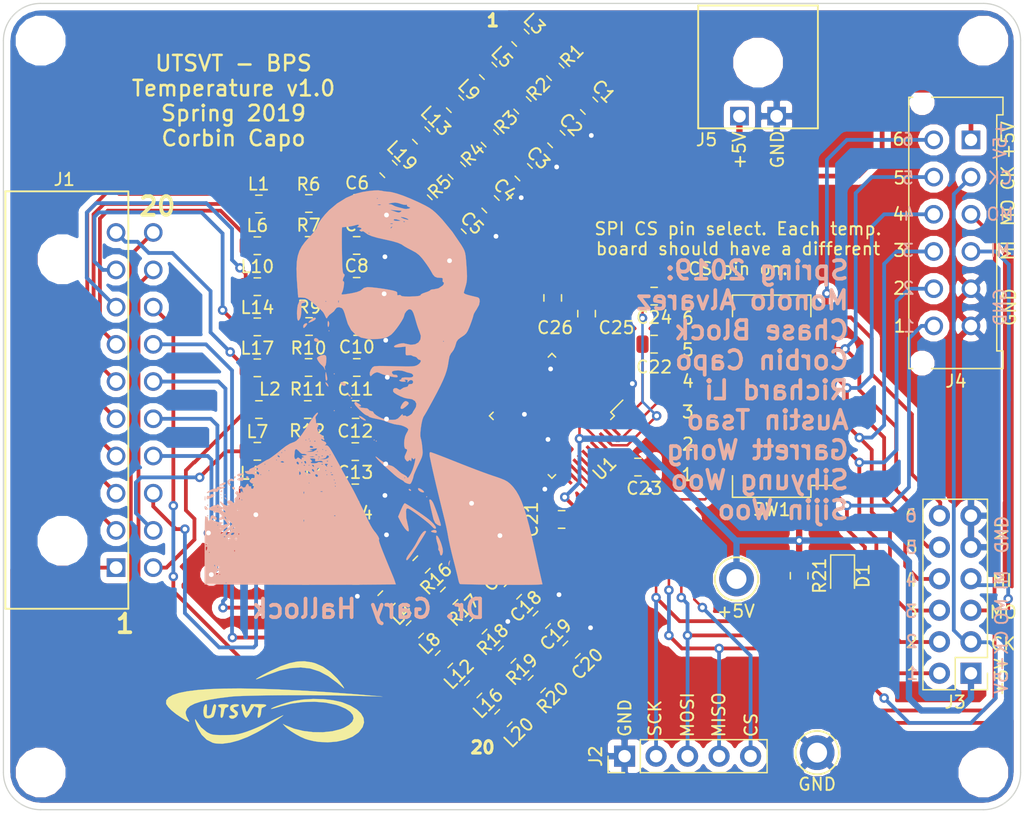
<source format=kicad_pcb>
(kicad_pcb (version 20171130) (host pcbnew "(5.0.0)")
  (layers (0 F.Cu signal) (31 B.Cu signal) (34 B.Paste user) (35 F.Paste user) (36 B.SilkS user) (37 F.SilkS user) (38 B.Mask user) (39 F.Mask user) (44 Edge.Cuts user))
  (net 0 "")
  (net 1 "Net-(C1-Pad1)")
  (net 2 GND)
  (net 3 "Net-(C2-Pad1)")
  (net 4 "Net-(C3-Pad1)")
  (net 5 "Net-(C4-Pad1)")
  (net 6 "Net-(C5-Pad1)")
  (net 7 "Net-(C6-Pad1)")
  (net 8 "Net-(C7-Pad1)")
  (net 9 "Net-(C8-Pad1)")
  (net 10 "Net-(C9-Pad1)")
  (net 11 "Net-(C10-Pad1)")
  (net 12 "Net-(C11-Pad1)")
  (net 13 "Net-(C12-Pad1)")
  (net 14 "Net-(C13-Pad1)")
  (net 15 "Net-(C14-Pad1)")
  (net 16 "Net-(C15-Pad1)")
  (net 17 "Net-(C16-Pad1)")
  (net 18 "Net-(C17-Pad1)")
  (net 19 "Net-(C18-Pad1)")
  (net 20 "Net-(C19-Pad1)")
  (net 21 "Net-(C20-Pad1)")
  (net 22 +5V)
  (net 23 "Net-(C22-Pad2)")
  (net 24 "Net-(C22-Pad1)")
  (net 25 "Net-(C23-Pad1)")
  (net 26 "Net-(C24-Pad1)")
  (net 27 "Net-(C25-Pad1)")
  (net 28 "Net-(C26-Pad1)")
  (net 29 /CH10_LPF)
  (net 30 /CH9_LPF)
  (net 31 /CH8_LPF)
  (net 32 /CH7_LPF)
  (net 33 /CH6_LPF)
  (net 34 /CH5_LPF)
  (net 35 /CH4_LPF)
  (net 36 /CH3_LPF)
  (net 37 /CH2_LPF)
  (net 38 /CH1_LPF)
  (net 39 /CH20_LPF)
  (net 40 /CH19_LPF)
  (net 41 /CH18_LPF)
  (net 42 /CH17_LPF)
  (net 43 /CH16_LPF)
  (net 44 /CH15_LPF)
  (net 45 /CH14_LPF)
  (net 46 /CH13_LPF)
  (net 47 /CH12_LPF)
  (net 48 /CH11_LPF)
  (net 49 /SCK)
  (net 50 /MOSI)
  (net 51 /MISO)
  (net 52 /CS1_OUT)
  (net 53 /CS1)
  (net 54 /CS2)
  (net 55 /CS3)
  (net 56 /CS4)
  (net 57 /CS5)
  (net 58 /CS6)
  (net 59 "Net-(L3-Pad1)")
  (net 60 "Net-(L5-Pad1)")
  (net 61 "Net-(L9-Pad1)")
  (net 62 "Net-(L13-Pad1)")
  (net 63 "Net-(L17-Pad1)")
  (net 64 "Net-(L19-Pad1)")
  (net 65 "Net-(U1-Pad37)")
  (net 66 "Net-(U1-Pad42)")
  (net 67 "Net-(D1-Pad2)")
  (net 68 "Net-(L1-Pad2)")
  (net 69 "Net-(L2-Pad2)")
  (net 70 "Net-(L4-Pad2)")
  (net 71 "Net-(L6-Pad2)")
  (net 72 "Net-(L7-Pad2)")
  (net 73 "Net-(L8-Pad2)")
  (net 74 "Net-(L10-Pad2)")
  (net 75 "Net-(L11-Pad2)")
  (net 76 "Net-(L12-Pad2)")
  (net 77 "Net-(L14-Pad2)")
  (net 78 "Net-(L15-Pad2)")
  (net 79 "Net-(L16-Pad2)")
  (net 80 "Net-(L18-Pad2)")
  (net 81 "Net-(L20-Pad2)")
  (module Connector_PinHeader_2.54mm:PinHeader_2x06_P2.54mm_Vertical (layer F.Cu) (at 131 124 180)
    (fp_text reference J3 (at 1.27 -2.33 180) (layer F.SilkS))
    (fp_text value Conn_02x06_Counter_Clockwise)
    (pad 12 thru_hole oval (at 2.54 12.7 180) (size 1.7 1.7) (drill 1) (layers *.Cu *.Mask) (net 58 /CS6))
    (pad 11 thru_hole oval (at 0 12.7 180) (size 1.7 1.7) (drill 1) (layers *.Cu *.Mask) (net 2 GND))
    (pad 10 thru_hole oval (at 2.54 10.16 180) (size 1.7 1.7) (drill 1) (layers *.Cu *.Mask) (net 57 /CS5))
    (pad 9 thru_hole oval (at 0 10.16 180) (size 1.7 1.7) (drill 1) (layers *.Cu *.Mask) (net 2 GND))
    (pad 8 thru_hole oval (at 2.54 7.62 180) (size 1.7 1.7) (drill 1) (layers *.Cu *.Mask) (net 56 /CS4))
    (pad 7 thru_hole oval (at 0 7.62 180) (size 1.7 1.7) (drill 1) (layers *.Cu *.Mask) (net 51 /MISO))
    (pad 6 thru_hole oval (at 2.54 5.08 180) (size 1.7 1.7) (drill 1) (layers *.Cu *.Mask) (net 55 /CS3))
    (pad 5 thru_hole oval (at 0 5.08 180) (size 1.7 1.7) (drill 1) (layers *.Cu *.Mask) (net 50 /MOSI))
    (pad 4 thru_hole oval (at 2.54 2.54 180) (size 1.7 1.7) (drill 1) (layers *.Cu *.Mask) (net 54 /CS2))
    (pad 3 thru_hole oval (at 0 2.54 180) (size 1.7 1.7) (drill 1) (layers *.Cu *.Mask) (net 49 /SCK))
    (pad 2 thru_hole oval (at 2.54 0 180) (size 1.7 1.7) (drill 1) (layers *.Cu *.Mask) (net 53 /CS1))
    (pad 1 thru_hole rect (at 0 0 180) (size 1.7 1.7) (drill 1) (layers *.Cu *.Mask) (net 22 +5V))
  )
  (module UTSVT_Connectors:Molex_MicroFit3.0_2x6xP3.00mm_PolarizingPeg_Vertical (layer F.Cu) (at 131 81 270)
    (fp_text reference J4 (at 19.457 1.206) (layer F.SilkS))
    (fp_text value Conn_02x06_Counter_Clockwise)
    (pad "" np_thru_hole circle (at -3 3.94 270) (size 1 1) (drill 1) (layers *.Cu *.Mask))
    (pad "" np_thru_hole circle (at 18 3.94 270) (size 1 1) (drill 1) (layers *.Cu *.Mask))
    (pad 1 thru_hole rect (at 0 0 270) (size 1.5 1.5) (drill 1) (layers *.Cu *.Mask) (net 22 +5V))
    (pad 2 thru_hole circle (at 3 0 270) (size 1.5 1.5) (drill 1) (layers *.Cu *.Mask) (net 49 /SCK))
    (pad 3 thru_hole circle (at 6 0 270) (size 1.5 1.5) (drill 1) (layers *.Cu *.Mask) (net 50 /MOSI))
    (pad 4 thru_hole circle (at 9 0 270) (size 1.5 1.5) (drill 1) (layers *.Cu *.Mask) (net 51 /MISO))
    (pad 5 thru_hole circle (at 12 0 270) (size 1.5 1.5) (drill 1) (layers *.Cu *.Mask) (net 2 GND))
    (pad 6 thru_hole circle (at 15 0 270) (size 1.5 1.5) (drill 1) (layers *.Cu *.Mask) (net 2 GND))
    (pad 7 thru_hole circle (at 0 3 270) (size 1.5 1.5) (drill 1) (layers *.Cu *.Mask) (net 58 /CS6))
    (pad 8 thru_hole circle (at 3 3 270) (size 1.5 1.5) (drill 1) (layers *.Cu *.Mask) (net 57 /CS5))
    (pad 9 thru_hole circle (at 6 3 270) (size 1.5 1.5) (drill 1) (layers *.Cu *.Mask) (net 56 /CS4))
    (pad 10 thru_hole circle (at 9 3 270) (size 1.5 1.5) (drill 1) (layers *.Cu *.Mask) (net 55 /CS3))
    (pad 11 thru_hole circle (at 12 3 270) (size 1.5 1.5) (drill 1) (layers *.Cu *.Mask) (net 54 /CS2))
    (pad 12 thru_hole circle (at 15 3 270) (size 1.5 1.5) (drill 1) (layers *.Cu *.Mask) (net 53 /CS1))
  )
  (module TestPoint:TestPoint_Keystone_5005-5009_Compact (layer F.Cu) (at 118.6 130.4)
    (fp_text reference TP2 hide)
    (fp_text value TestPoint)
    (pad 1 thru_hole circle (at 0 0) (size 2.8 2.8) (drill 1.6) (layers *.Cu *.Mask) (net 2 GND))
  )
  (module TestPoint:TestPoint_Keystone_5005-5009_Compact (layer F.Cu) (at 112.1 116.4)
    (fp_text reference TP1 hide)
    (fp_text value TestPoint)
    (pad 1 thru_hole circle (at 0 0) (size 2.8 2.8) (drill 1.6) (layers *.Cu *.Mask) (net 22 +5V))
  )
  (module Capacitor_SMD:C_0805_2012Metric (layer F.Cu) (at 100.214651 78.248396 315)
    (fp_text reference C1 (at 0 -1.65 315) (layer F.SilkS))
    (fp_text value 1uF)
    (pad 1 smd roundrect (at -0.937501 0 315) (size 0.975 1.4) (layers F.Cu F.Paste F.Mask) (net 1 "Net-(C1-Pad1)"))
    (pad 2 smd roundrect (at 0.937501 0 315) (size 0.975 1.4) (layers F.Cu F.Paste F.Mask) (net 2 GND))
  )
  (module Capacitor_SMD:C_0805_2012Metric (layer F.Cu) (at 97.573582 80.936909 315)
    (fp_text reference C2 (at 0 -1.65 315) (layer F.SilkS))
    (fp_text value 1uF)
    (pad 2 smd roundrect (at 0.937501 0 315) (size 0.975 1.4) (layers F.Cu F.Paste F.Mask) (net 2 GND))
    (pad 1 smd roundrect (at -0.937501 0 315) (size 0.975 1.4) (layers F.Cu F.Paste F.Mask) (net 3 "Net-(C2-Pad1)"))
  )
  (module Capacitor_SMD:C_0805_2012Metric (layer F.Cu) (at 94.940641 83.60839 315)
    (fp_text reference C3 (at 0 -1.65 315) (layer F.SilkS))
    (fp_text value 1uF)
    (pad 1 smd roundrect (at -0.937501 0 315) (size 0.975 1.4) (layers F.Cu F.Paste F.Mask) (net 4 "Net-(C3-Pad1)"))
    (pad 2 smd roundrect (at 0.937501 0 315) (size 0.975 1.4) (layers F.Cu F.Paste F.Mask) (net 2 GND))
  )
  (module Capacitor_SMD:C_0805_2012Metric (layer F.Cu) (at 92.26871 86.189913 315)
    (fp_text reference C4 (at 0 -1.65 315) (layer F.SilkS))
    (fp_text value 1uF)
    (pad 2 smd roundrect (at 0.937501 0 315) (size 0.975 1.4) (layers F.Cu F.Paste F.Mask) (net 2 GND))
    (pad 1 smd roundrect (at -0.937501 0 315) (size 0.975 1.4) (layers F.Cu F.Paste F.Mask) (net 5 "Net-(C4-Pad1)"))
  )
  (module Capacitor_SMD:C_0805_2012Metric (layer F.Cu) (at 89.608391 88.87264 315)
    (fp_text reference C5 (at 0 -1.65 315) (layer F.SilkS))
    (fp_text value 1uF)
    (pad 1 smd roundrect (at -0.937501 0 315) (size 0.975 1.4) (layers F.Cu F.Paste F.Mask) (net 6 "Net-(C5-Pad1)"))
    (pad 2 smd roundrect (at 0.937501 0 315) (size 0.975 1.4) (layers F.Cu F.Paste F.Mask) (net 2 GND))
  )
  (module Capacitor_SMD:C_0805_2012Metric (layer F.Cu) (at 81.512563 86.127915)
    (fp_text reference C6 (at 0 -1.65) (layer F.SilkS))
    (fp_text value 1uF)
    (pad 2 smd roundrect (at 0.9375 0) (size 0.975 1.4) (layers F.Cu F.Paste F.Mask) (net 2 GND))
    (pad 1 smd roundrect (at -0.9375 0) (size 0.975 1.4) (layers F.Cu F.Paste F.Mask) (net 7 "Net-(C6-Pad1)"))
  )
  (module Capacitor_SMD:C_0805_2012Metric (layer F.Cu) (at 81.475298 89.512131)
    (fp_text reference C7 (at 0 -1.65) (layer F.SilkS))
    (fp_text value 1uF)
    (pad 1 smd roundrect (at -0.9375 0) (size 0.975 1.4) (layers F.Cu F.Paste F.Mask) (net 8 "Net-(C7-Pad1)"))
    (pad 2 smd roundrect (at 0.9375 0) (size 0.975 1.4) (layers F.Cu F.Paste F.Mask) (net 2 GND))
  )
  (module Capacitor_SMD:C_0805_2012Metric (layer F.Cu) (at 81.477303 92.809945)
    (fp_text reference C8 (at 0 -1.65) (layer F.SilkS))
    (fp_text value 1uF)
    (pad 2 smd roundrect (at 0.9375 0) (size 0.975 1.4) (layers F.Cu F.Paste F.Mask) (net 2 GND))
    (pad 1 smd roundrect (at -0.9375 0) (size 0.975 1.4) (layers F.Cu F.Paste F.Mask) (net 9 "Net-(C8-Pad1)"))
  )
  (module Capacitor_SMD:C_0805_2012Metric (layer F.Cu) (at 81.512984 96.047589)
    (fp_text reference C9 (at -0.042484 -1.559589) (layer F.SilkS))
    (fp_text value 1uF)
    (pad 1 smd roundrect (at -0.9375 0) (size 0.975 1.4) (layers F.Cu F.Paste F.Mask) (net 10 "Net-(C9-Pad1)"))
    (pad 2 smd roundrect (at 0.9375 0) (size 0.975 1.4) (layers F.Cu F.Paste F.Mask) (net 2 GND))
  )
  (module Capacitor_SMD:C_0805_2012Metric (layer F.Cu) (at 81.487892 99.350424)
    (fp_text reference C10 (at 0 -1.65) (layer F.SilkS))
    (fp_text value 1uF)
    (pad 2 smd roundrect (at 0.9375 0) (size 0.975 1.4) (layers F.Cu F.Paste F.Mask) (net 2 GND))
    (pad 1 smd roundrect (at -0.9375 0) (size 0.975 1.4) (layers F.Cu F.Paste F.Mask) (net 11 "Net-(C10-Pad1)"))
  )
  (module Capacitor_SMD:C_0805_2012Metric (layer F.Cu) (at 81.392 102.743)
    (fp_text reference C11 (at 0 -1.65) (layer F.SilkS))
    (fp_text value 1uF)
    (pad 1 smd roundrect (at -0.9375 0) (size 0.975 1.4) (layers F.Cu F.Paste F.Mask) (net 12 "Net-(C11-Pad1)"))
    (pad 2 smd roundrect (at 0.9375 0) (size 0.975 1.4) (layers F.Cu F.Paste F.Mask) (net 2 GND))
  )
  (module Capacitor_SMD:C_0805_2012Metric (layer F.Cu) (at 81.3666 106.1339)
    (fp_text reference C12 (at 0 -1.65) (layer F.SilkS))
    (fp_text value 1uF)
    (pad 2 smd roundrect (at 0.9375 0) (size 0.975 1.4) (layers F.Cu F.Paste F.Mask) (net 2 GND))
    (pad 1 smd roundrect (at -0.9375 0) (size 0.975 1.4) (layers F.Cu F.Paste F.Mask) (net 13 "Net-(C12-Pad1)"))
  )
  (module Capacitor_SMD:C_0805_2012Metric (layer F.Cu) (at 81.3666 109.4613)
    (fp_text reference C13 (at 0 -1.65) (layer F.SilkS))
    (fp_text value 1uF)
    (pad 1 smd roundrect (at -0.9375 0) (size 0.975 1.4) (layers F.Cu F.Paste F.Mask) (net 14 "Net-(C13-Pad1)"))
    (pad 2 smd roundrect (at 0.9375 0) (size 0.975 1.4) (layers F.Cu F.Paste F.Mask) (net 2 GND))
  )
  (module Capacitor_SMD:C_0805_2012Metric (layer F.Cu) (at 81.3308 112.7379)
    (fp_text reference C14 (at 0 -1.65) (layer F.SilkS))
    (fp_text value 1uF)
    (pad 2 smd roundrect (at 0.9375 0) (size 0.975 1.4) (layers F.Cu F.Paste F.Mask) (net 2 GND))
    (pad 1 smd roundrect (at -0.9375 0) (size 0.975 1.4) (layers F.Cu F.Paste F.Mask) (net 15 "Net-(C14-Pad1)"))
  )
  (module Capacitor_SMD:C_0805_2012Metric (layer F.Cu) (at 81.4174 116.0907)
    (fp_text reference C15 (at 0 -1.65) (layer F.SilkS))
    (fp_text value 1uF)
    (pad 1 smd roundrect (at -0.9375 0) (size 0.975 1.4) (layers F.Cu F.Paste F.Mask) (net 16 "Net-(C15-Pad1)"))
    (pad 2 smd roundrect (at 0.9375 0) (size 0.975 1.4) (layers F.Cu F.Paste F.Mask) (net 2 GND))
  )
  (module Capacitor_SMD:C_0805_2012Metric (layer F.Cu) (at 89.586922 112.347586 45)
    (fp_text reference C16 (at -0.115142 1.65816 45) (layer F.SilkS))
    (fp_text value 1uF)
    (pad 2 smd roundrect (at 0.937501 0 45) (size 0.975 1.4) (layers F.Cu F.Paste F.Mask) (net 2 GND))
    (pad 1 smd roundrect (at -0.937501 0 45) (size 0.975 1.4) (layers F.Cu F.Paste F.Mask) (net 17 "Net-(C16-Pad1)"))
  )
  (module Capacitor_SMD:C_0805_2012Metric (layer F.Cu) (at 91.758868 114.908873 45)
    (fp_text reference C17 (at -0.019442 1.723756 45) (layer F.SilkS))
    (fp_text value 1uF)
    (pad 1 smd roundrect (at -0.937501 0 45) (size 0.975 1.4) (layers F.Cu F.Paste F.Mask) (net 18 "Net-(C17-Pad1)"))
    (pad 2 smd roundrect (at 0.937501 0 45) (size 0.975 1.4) (layers F.Cu F.Paste F.Mask) (net 2 GND))
  )
  (module Capacitor_SMD:C_0805_2012Metric (layer F.Cu) (at 94.069408 117.33029 45)
    (fp_text reference C18 (at -0.165546 1.655551 45) (layer F.SilkS))
    (fp_text value 1uF)
    (pad 2 smd roundrect (at 0.937501 0 45) (size 0.975 1.4) (layers F.Cu F.Paste F.Mask) (net 2 GND))
    (pad 1 smd roundrect (at -0.937501 0 45) (size 0.975 1.4) (layers F.Cu F.Paste F.Mask) (net 19 "Net-(C18-Pad1)"))
  )
  (module Capacitor_SMD:C_0805_2012Metric (layer F.Cu) (at 96.401022 119.68637 45)
    (fp_text reference C19 (at -0.058444 1.663545 45) (layer F.SilkS))
    (fp_text value 1uF)
    (pad 1 smd roundrect (at -0.937501 0 45) (size 0.975 1.4) (layers F.Cu F.Paste F.Mask) (net 20 "Net-(C19-Pad1)"))
    (pad 2 smd roundrect (at 0.937501 0 45) (size 0.975 1.4) (layers F.Cu F.Paste F.Mask) (net 2 GND))
  )
  (module Capacitor_SMD:C_0805_2012Metric (layer F.Cu) (at 98.80773 122.093078 45)
    (fp_text reference C20 (at 0.07626 1.717345 45) (layer F.SilkS))
    (fp_text value 1uF)
    (pad 2 smd roundrect (at 0.937501 0 45) (size 0.975 1.4) (layers F.Cu F.Paste F.Mask) (net 2 GND))
    (pad 1 smd roundrect (at -0.937501 0 45) (size 0.975 1.4) (layers F.Cu F.Paste F.Mask) (net 21 "Net-(C20-Pad1)"))
  )
  (module Capacitor_SMD:C_0805_2012Metric (layer F.Cu) (at 98 111.6)
    (fp_text reference C21 (at -2.428 0 90) (layer F.SilkS))
    (fp_text value 0.1uF)
    (pad 1 smd roundrect (at -0.9375 0) (size 0.975 1.4) (layers F.Cu F.Paste F.Mask) (net 2 GND))
    (pad 2 smd roundrect (at 0.9375 0) (size 0.975 1.4) (layers F.Cu F.Paste F.Mask) (net 22 +5V))
  )
  (module Capacitor_SMD:C_0805_2012Metric (layer F.Cu) (at 105.4585 97.4725)
    (fp_text reference C22 (at 0 1.8415) (layer F.SilkS))
    (fp_text value 10uF)
    (pad 2 smd roundrect (at 0.9375 0) (size 0.975 1.4) (layers F.Cu F.Paste F.Mask) (net 23 "Net-(C22-Pad2)"))
    (pad 1 smd roundrect (at -0.9375 0) (size 0.975 1.4) (layers F.Cu F.Paste F.Mask) (net 24 "Net-(C22-Pad1)"))
  )
  (module Capacitor_SMD:C_0805_2012Metric (layer F.Cu) (at 104.155 107.3785)
    (fp_text reference C23 (at 0.508 1.7145) (layer F.SilkS))
    (fp_text value 10uF)
    (pad 1 smd roundrect (at -0.9375 0) (size 0.975 1.4) (layers F.Cu F.Paste F.Mask) (net 25 "Net-(C23-Pad1)"))
    (pad 2 smd roundrect (at 0.9375 0) (size 0.975 1.4) (layers F.Cu F.Paste F.Mask) (net 2 GND))
  )
  (module Capacitor_SMD:C_0805_2012Metric (layer F.Cu) (at 105.4585 93.599)
    (fp_text reference C24 (at 0 1.7145) (layer F.SilkS))
    (fp_text value 10uF)
    (pad 1 smd roundrect (at -0.9375 0) (size 0.975 1.4) (layers F.Cu F.Paste F.Mask) (net 26 "Net-(C24-Pad1)"))
    (pad 2 smd roundrect (at 0.9375 0) (size 0.975 1.4) (layers F.Cu F.Paste F.Mask) (net 2 GND))
  )
  (module Capacitor_SMD:C_0805_2012Metric (layer F.Cu) (at 100.0125 95.011 90)
    (fp_text reference C25 (at -1.128 2.413 180) (layer F.SilkS))
    (fp_text value 1uF)
    (pad 2 smd roundrect (at 0.9375 0 90) (size 0.975 1.4) (layers F.Cu F.Paste F.Mask) (net 2 GND))
    (pad 1 smd roundrect (at -0.9375 0 90) (size 0.975 1.4) (layers F.Cu F.Paste F.Mask) (net 27 "Net-(C25-Pad1)"))
  )
  (module Capacitor_SMD:C_0805_2012Metric (layer F.Cu) (at 97.282 93.741 90)
    (fp_text reference C26 (at -2.398 0.1905 180) (layer F.SilkS))
    (fp_text value 1uF)
    (pad 2 smd roundrect (at 0.9375 0 90) (size 0.975 1.4) (layers F.Cu F.Paste F.Mask) (net 2 GND))
    (pad 1 smd roundrect (at -0.9375 0 90) (size 0.975 1.4) (layers F.Cu F.Paste F.Mask) (net 28 "Net-(C26-Pad1)"))
  )
  (module LED_SMD:LED_0805_2012Metric (layer F.Cu) (at 120.65 116.15 270)
    (fp_text reference D1 (at 0 -1.65 270) (layer F.SilkS))
    (fp_text value LED)
    (pad 1 smd roundrect (at -0.9375 0 270) (size 0.975 1.4) (layers F.Cu F.Paste F.Mask) (net 2 GND))
    (pad 2 smd roundrect (at 0.9375 0 270) (size 0.975 1.4) (layers F.Cu F.Paste F.Mask) (net 67 "Net-(D1-Pad2)"))
  )
  (module Connector_PinHeader_2.54mm:PinHeader_1x05_P2.54mm_Vertical (layer F.Cu) (at 103.0745 130.683 90)
    (fp_text reference J2 (at 0 -2.33 90) (layer F.SilkS))
    (fp_text value "Logic Analyzer")
    (pad 1 thru_hole rect (at 0 0 90) (size 1.7 1.7) (drill 1) (layers *.Cu *.Mask) (net 2 GND))
    (pad 2 thru_hole oval (at 0 2.54 90) (size 1.7 1.7) (drill 1) (layers *.Cu *.Mask) (net 49 /SCK))
    (pad 3 thru_hole oval (at 0 5.08 90) (size 1.7 1.7) (drill 1) (layers *.Cu *.Mask) (net 50 /MOSI))
    (pad 4 thru_hole oval (at 0 7.62 90) (size 1.7 1.7) (drill 1) (layers *.Cu *.Mask) (net 51 /MISO))
    (pad 5 thru_hole oval (at 0 10.16 90) (size 1.7 1.7) (drill 1) (layers *.Cu *.Mask) (net 52 /CS1_OUT))
  )
  (module Inductor_SMD:L_0805_2012Metric (layer F.Cu) (at 73.5965 86.1695)
    (fp_text reference L1 (at -0.027063 -1.609415) (layer F.SilkS))
    (fp_text value Ferrite_Bead)
    (pad 1 smd roundrect (at -0.9375 0) (size 0.975 1.4) (layers F.Cu F.Paste F.Mask) (net 33 /CH6_LPF))
    (pad 2 smd roundrect (at 0.9375 0) (size 0.975 1.4) (layers F.Cu F.Paste F.Mask) (net 68 "Net-(L1-Pad2)"))
  )
  (module Inductor_SMD:L_0805_2012Metric (layer F.Cu) (at 73.5965 102.743)
    (fp_text reference L2 (at 0.889 -1.651) (layer F.SilkS))
    (fp_text value Ferrite_Bead)
    (pad 1 smd roundrect (at -0.9375 0) (size 0.975 1.4) (layers F.Cu F.Paste F.Mask) (net 48 /CH11_LPF))
    (pad 2 smd roundrect (at 0.9375 0) (size 0.975 1.4) (layers F.Cu F.Paste F.Mask) (net 69 "Net-(L2-Pad2)"))
  )
  (module Inductor_SMD:L_0805_2012Metric (layer F.Cu) (at 94.6785 72.771 135)
    (fp_text reference L3 (at 0 1.5875 135) (layer F.SilkS))
    (fp_text value Ferrite_Bead)
    (pad 2 smd roundrect (at 0.937501 0 135) (size 0.975 1.4) (layers F.Cu F.Paste F.Mask) (net 38 /CH1_LPF))
    (pad 1 smd roundrect (at -0.937501 0 135) (size 0.975 1.4) (layers F.Cu F.Paste F.Mask) (net 59 "Net-(L3-Pad1)"))
  )
  (module Inductor_SMD:L_0805_2012Metric (layer F.Cu) (at 83.8835 118.0465 45)
    (fp_text reference L4 (at 0 1.706249 45) (layer F.SilkS))
    (fp_text value Ferrite_Bead)
    (pad 2 smd roundrect (at 0.937501 0 45) (size 0.975 1.4) (layers F.Cu F.Paste F.Mask) (net 70 "Net-(L4-Pad2)"))
    (pad 1 smd roundrect (at -0.937501 0 45) (size 0.975 1.4) (layers F.Cu F.Paste F.Mask) (net 43 /CH16_LPF))
  )
  (module Inductor_SMD:L_0805_2012Metric (layer F.Cu) (at 92.075 75.438 135)
    (fp_text reference L5 (at 0 1.5875 135) (layer F.SilkS))
    (fp_text value Ferrite_Bead)
    (pad 2 smd roundrect (at 0.937501 0 135) (size 0.975 1.4) (layers F.Cu F.Paste F.Mask) (net 37 /CH2_LPF))
    (pad 1 smd roundrect (at -0.937501 0 135) (size 0.975 1.4) (layers F.Cu F.Paste F.Mask) (net 60 "Net-(L5-Pad1)"))
  )
  (module Inductor_SMD:L_0805_2012Metric (layer F.Cu) (at 73.4695 89.535)
    (fp_text reference L6 (at 0 -1.628131) (layer F.SilkS))
    (fp_text value Ferrite_Bead)
    (pad 1 smd roundrect (at -0.9375 0) (size 0.975 1.4) (layers F.Cu F.Paste F.Mask) (net 32 /CH7_LPF))
    (pad 2 smd roundrect (at 0.9375 0) (size 0.975 1.4) (layers F.Cu F.Paste F.Mask) (net 71 "Net-(L6-Pad2)"))
  )
  (module Inductor_SMD:L_0805_2012Metric (layer F.Cu) (at 73.4695 106.1085)
    (fp_text reference L7 (at 0 -1.5875) (layer F.SilkS))
    (fp_text value Ferrite_Bead)
    (pad 1 smd roundrect (at -0.9375 0) (size 0.975 1.4) (layers F.Cu F.Paste F.Mask) (net 47 /CH12_LPF))
    (pad 2 smd roundrect (at 0.9375 0) (size 0.975 1.4) (layers F.Cu F.Paste F.Mask) (net 72 "Net-(L7-Pad2)"))
  )
  (module Inductor_SMD:L_0805_2012Metric (layer F.Cu) (at 86.1695 120.4595 45)
    (fp_text reference L8 (at 0.044901 1.661347 45) (layer F.SilkS))
    (fp_text value Ferrite_Bead)
    (pad 1 smd roundrect (at -0.937501 0 45) (size 0.975 1.4) (layers F.Cu F.Paste F.Mask) (net 42 /CH17_LPF))
    (pad 2 smd roundrect (at 0.937501 0 45) (size 0.975 1.4) (layers F.Cu F.Paste F.Mask) (net 73 "Net-(L8-Pad2)"))
  )
  (module Inductor_SMD:L_0805_2012Metric (layer F.Cu) (at 89.408 78.105 135)
    (fp_text reference L9 (at 0.015 1.5875 135) (layer F.SilkS))
    (fp_text value Ferrite_Bead)
    (pad 2 smd roundrect (at 0.937501 0 135) (size 0.975 1.4) (layers F.Cu F.Paste F.Mask) (net 36 /CH3_LPF))
    (pad 1 smd roundrect (at -0.937501 0 135) (size 0.975 1.4) (layers F.Cu F.Paste F.Mask) (net 61 "Net-(L9-Pad1)"))
  )
  (module Inductor_SMD:L_0805_2012Metric (layer F.Cu) (at 73.4695 92.837)
    (fp_text reference L10 (at 0 -1.623945) (layer F.SilkS))
    (fp_text value Ferrite_Bead)
    (pad 2 smd roundrect (at 0.9375 0) (size 0.975 1.4) (layers F.Cu F.Paste F.Mask) (net 74 "Net-(L10-Pad2)"))
    (pad 1 smd roundrect (at -0.9375 0) (size 0.975 1.4) (layers F.Cu F.Paste F.Mask) (net 31 /CH8_LPF))
  )
  (module Inductor_SMD:L_0805_2012Metric (layer F.Cu) (at 73.406 109.5375)
    (fp_text reference L11 (at 0 -1.651) (layer F.SilkS))
    (fp_text value Ferrite_Bead)
    (pad 1 smd roundrect (at -0.9375 0) (size 0.975 1.4) (layers F.Cu F.Paste F.Mask) (net 46 /CH13_LPF))
    (pad 2 smd roundrect (at 0.9375 0) (size 0.975 1.4) (layers F.Cu F.Paste F.Mask) (net 75 "Net-(L11-Pad2)"))
  )
  (module Inductor_SMD:L_0805_2012Metric (layer F.Cu) (at 88.519 122.8725 45)
    (fp_text reference L12 (at 0 1.706249 45) (layer F.SilkS))
    (fp_text value Ferrite_Bead)
    (pad 2 smd roundrect (at 0.937501 0 45) (size 0.975 1.4) (layers F.Cu F.Paste F.Mask) (net 76 "Net-(L12-Pad2)"))
    (pad 1 smd roundrect (at -0.937501 0 45) (size 0.975 1.4) (layers F.Cu F.Paste F.Mask) (net 41 /CH18_LPF))
  )
  (module Inductor_SMD:L_0805_2012Metric (layer F.Cu) (at 86.6775 80.645 135)
    (fp_text reference L13 (at 0 1.651 135) (layer F.SilkS))
    (fp_text value Ferrite_Bead)
    (pad 2 smd roundrect (at 0.937501 0 135) (size 0.975 1.4) (layers F.Cu F.Paste F.Mask) (net 35 /CH4_LPF))
    (pad 1 smd roundrect (at -0.937501 0 135) (size 0.975 1.4) (layers F.Cu F.Paste F.Mask) (net 62 "Net-(L13-Pad1)"))
  )
  (module Inductor_SMD:L_0805_2012Metric (layer F.Cu) (at 73.4695 96.0755)
    (fp_text reference L14 (at 0 -1.559589) (layer F.SilkS))
    (fp_text value Ferrite_Bead)
    (pad 2 smd roundrect (at 0.9375 0) (size 0.975 1.4) (layers F.Cu F.Paste F.Mask) (net 77 "Net-(L14-Pad2)"))
    (pad 1 smd roundrect (at -0.9375 0) (size 0.975 1.4) (layers F.Cu F.Paste F.Mask) (net 30 /CH9_LPF))
  )
  (module Inductor_SMD:L_0805_2012Metric (layer F.Cu) (at 73.3425 112.776)
    (fp_text reference L15 (at 0.0635 -1.5875) (layer F.SilkS))
    (fp_text value Ferrite_Bead)
    (pad 1 smd roundrect (at -0.9375 0) (size 0.975 1.4) (layers F.Cu F.Paste F.Mask) (net 45 /CH14_LPF))
    (pad 2 smd roundrect (at 0.9375 0) (size 0.975 1.4) (layers F.Cu F.Paste F.Mask) (net 78 "Net-(L15-Pad2)"))
  )
  (module Inductor_SMD:L_0805_2012Metric (layer F.Cu) (at 90.8685 125.2855 45)
    (fp_text reference L16 (at 0.044901 1.661347 45) (layer F.SilkS))
    (fp_text value Ferrite_Bead)
    (pad 1 smd roundrect (at -0.937501 0 45) (size 0.975 1.4) (layers F.Cu F.Paste F.Mask) (net 40 /CH19_LPF))
    (pad 2 smd roundrect (at 0.937501 0 45) (size 0.975 1.4) (layers F.Cu F.Paste F.Mask) (net 79 "Net-(L16-Pad2)"))
  )
  (module Inductor_SMD:L_0805_2012Metric (layer F.Cu) (at 73.4695 99.3775 180)
    (fp_text reference L17 (at 0 1.5875 180) (layer F.SilkS))
    (fp_text value Ferrite_Bead)
    (pad 1 smd roundrect (at -0.9375 0 180) (size 0.975 1.4) (layers F.Cu F.Paste F.Mask) (net 63 "Net-(L17-Pad1)"))
    (pad 2 smd roundrect (at 0.9375 0 180) (size 0.975 1.4) (layers F.Cu F.Paste F.Mask) (net 29 /CH10_LPF))
  )
  (module Inductor_SMD:L_0805_2012Metric (layer F.Cu) (at 73.406 116.078)
    (fp_text reference L18 (at 0 -1.5875) (layer F.SilkS))
    (fp_text value Ferrite_Bead)
    (pad 1 smd roundrect (at -0.9375 0) (size 0.975 1.4) (layers F.Cu F.Paste F.Mask) (net 44 /CH15_LPF))
    (pad 2 smd roundrect (at 0.9375 0) (size 0.975 1.4) (layers F.Cu F.Paste F.Mask) (net 80 "Net-(L18-Pad2)"))
  )
  (module Inductor_SMD:L_0805_2012Metric (layer F.Cu) (at 84.046087 83.347587 135)
    (fp_text reference L19 (at 0 1.524 135) (layer F.SilkS))
    (fp_text value Ferrite_Bead)
    (pad 2 smd roundrect (at 0.937501 0 135) (size 0.975 1.4) (layers F.Cu F.Paste F.Mask) (net 34 /CH5_LPF))
    (pad 1 smd roundrect (at -0.937501 0 135) (size 0.975 1.4) (layers F.Cu F.Paste F.Mask) (net 64 "Net-(L19-Pad1)"))
  )
  (module Inductor_SMD:L_0805_2012Metric (layer F.Cu) (at 93.309413 127.607087 45)
    (fp_text reference L20 (at 0.050328 1.706249 -135) (layer F.SilkS))
    (fp_text value Ferrite_Bead)
    (pad 2 smd roundrect (at 0.937501 0 45) (size 0.975 1.4) (layers F.Cu F.Paste F.Mask) (net 81 "Net-(L20-Pad2)"))
    (pad 1 smd roundrect (at -0.937501 0 45) (size 0.975 1.4) (layers F.Cu F.Paste F.Mask) (net 39 /CH20_LPF))
  )
  (module MountingHole:MountingHole_3mm (layer F.Cu) (at 56 73)
    (fp_text reference MH1 hide)
    (fp_text value MountingHole)
    (pad 1 np_thru_hole circle (at 0 0) (size 3 3) (drill 3) (layers *.Cu *.Mask))
  )
  (module MountingHole:MountingHole_3mm (layer F.Cu) (at 56 132)
    (fp_text reference MH2 hide)
    (fp_text value MountingHole)
    (pad 1 np_thru_hole circle (at 0 0) (size 3 3) (drill 3) (layers *.Cu *.Mask))
  )
  (module MountingHole:MountingHole_3mm (layer F.Cu) (at 132 132)
    (fp_text reference MH3 hide)
    (fp_text value MountingHole)
    (pad 1 np_thru_hole circle (at 0 0) (size 3 3) (drill 3) (layers *.Cu *.Mask))
  )
  (module MountingHole:MountingHole_3mm (layer F.Cu) (at 132 73)
    (fp_text reference MH4 hide)
    (fp_text value MountingHole)
    (pad 1 np_thru_hole circle (at 0 0) (size 3 3) (drill 3) (layers *.Cu *.Mask))
  )
  (module Resistor_SMD:R_0805_2012Metric (layer F.Cu) (at 97.48628 75.520024 315)
    (fp_text reference R1 (at 0.031422 -1.874581 45) (layer F.SilkS))
    (fp_text value 1k)
    (pad 2 smd roundrect (at 0.937501 0 315) (size 0.975 1.4) (layers F.Cu F.Paste F.Mask) (net 1 "Net-(C1-Pad1)"))
    (pad 1 smd roundrect (at -0.937501 0 315) (size 0.975 1.4) (layers F.Cu F.Paste F.Mask) (net 59 "Net-(L3-Pad1)"))
  )
  (module Resistor_SMD:R_0805_2012Metric (layer F.Cu) (at 94.84521 78.208537 315)
    (fp_text reference R2 (at -0.002126 -1.833165 45) (layer F.SilkS))
    (fp_text value 1k)
    (pad 1 smd roundrect (at -0.937501 0 315) (size 0.975 1.4) (layers F.Cu F.Paste F.Mask) (net 60 "Net-(L5-Pad1)"))
    (pad 2 smd roundrect (at 0.937501 0 315) (size 0.975 1.4) (layers F.Cu F.Paste F.Mask) (net 3 "Net-(C2-Pad1)"))
  )
  (module Resistor_SMD:R_0805_2012Metric (layer F.Cu) (at 92.212269 80.880019 315)
    (fp_text reference R3 (at 0.034122 -1.837458 45) (layer F.SilkS))
    (fp_text value 1k)
    (pad 2 smd roundrect (at 0.937501 0 315) (size 0.975 1.4) (layers F.Cu F.Paste F.Mask) (net 4 "Net-(C3-Pad1)"))
    (pad 1 smd roundrect (at -0.937501 0 315) (size 0.975 1.4) (layers F.Cu F.Paste F.Mask) (net 61 "Net-(L9-Pad1)"))
  )
  (module Resistor_SMD:R_0805_2012Metric (layer F.Cu) (at 89.550945 83.472148 315)
    (fp_text reference R4 (at -0.006752 -1.832013 45) (layer F.SilkS))
    (fp_text value 1k)
    (pad 2 smd roundrect (at 0.937501 0 315) (size 0.975 1.4) (layers F.Cu F.Paste F.Mask) (net 5 "Net-(C4-Pad1)"))
    (pad 1 smd roundrect (at -0.937501 0 315) (size 0.975 1.4) (layers F.Cu F.Paste F.Mask) (net 62 "Net-(L13-Pad1)"))
  )
  (module Resistor_SMD:R_0805_2012Metric (layer F.Cu) (at 86.869413 86.133662 315)
    (fp_text reference R5 (at -0.0189 -1.863617 45) (layer F.SilkS))
    (fp_text value 1k)
    (pad 1 smd roundrect (at -0.937501 0 315) (size 0.975 1.4) (layers F.Cu F.Paste F.Mask) (net 64 "Net-(L19-Pad1)"))
    (pad 2 smd roundrect (at 0.937501 0 315) (size 0.975 1.4) (layers F.Cu F.Paste F.Mask) (net 6 "Net-(C5-Pad1)"))
  )
  (module Resistor_SMD:R_0805_2012Metric (layer F.Cu) (at 77.624063 86.127915)
    (fp_text reference R6 (at -0.027063 -1.545915 -180) (layer F.SilkS))
    (fp_text value 1k)
    (pad 1 smd roundrect (at -0.9375 0) (size 0.975 1.4) (layers F.Cu F.Paste F.Mask) (net 68 "Net-(L1-Pad2)"))
    (pad 2 smd roundrect (at 0.9375 0) (size 0.975 1.4) (layers F.Cu F.Paste F.Mask) (net 7 "Net-(C6-Pad1)"))
  )
  (module Resistor_SMD:R_0805_2012Metric (layer F.Cu) (at 77.601798 89.512131)
    (fp_text reference R7 (at -0.004798 -1.628131 -180) (layer F.SilkS))
    (fp_text value 1k)
    (pad 1 smd roundrect (at -0.9375 0) (size 0.975 1.4) (layers F.Cu F.Paste F.Mask) (net 71 "Net-(L6-Pad2)"))
    (pad 2 smd roundrect (at 0.9375 0) (size 0.975 1.4) (layers F.Cu F.Paste F.Mask) (net 8 "Net-(C7-Pad1)"))
  )
  (module Resistor_SMD:R_0805_2012Metric (layer F.Cu) (at 77.618803 92.809945)
    (fp_text reference R8 (at -0.019411 -1.623945 -180) (layer F.SilkS))
    (fp_text value 1k)
    (pad 1 smd roundrect (at -0.9375 0) (size 0.975 1.4) (layers F.Cu F.Paste F.Mask) (net 74 "Net-(L10-Pad2)"))
    (pad 2 smd roundrect (at 0.9375 0) (size 0.975 1.4) (layers F.Cu F.Paste F.Mask) (net 9 "Net-(C8-Pad1)"))
  )
  (module Resistor_SMD:R_0805_2012Metric (layer F.Cu) (at 77.639484 96.047589)
    (fp_text reference R9 (at 0.021016 -1.559589 -180) (layer F.SilkS))
    (fp_text value 1k)
    (pad 2 smd roundrect (at 0.9375 0) (size 0.975 1.4) (layers F.Cu F.Paste F.Mask) (net 10 "Net-(C9-Pad1)"))
    (pad 1 smd roundrect (at -0.9375 0) (size 0.975 1.4) (layers F.Cu F.Paste F.Mask) (net 77 "Net-(L14-Pad2)"))
  )
  (module Resistor_SMD:R_0805_2012Metric (layer F.Cu) (at 77.599392 99.350424)
    (fp_text reference R10 (at -0.002392 -1.560424 -180) (layer F.SilkS))
    (fp_text value 1k)
    (pad 2 smd roundrect (at 0.9375 0) (size 0.975 1.4) (layers F.Cu F.Paste F.Mask) (net 11 "Net-(C10-Pad1)"))
    (pad 1 smd roundrect (at -0.9375 0) (size 0.975 1.4) (layers F.Cu F.Paste F.Mask) (net 63 "Net-(L17-Pad1)"))
  )
  (module Resistor_SMD:R_0805_2012Metric (layer F.Cu) (at 77.5335 102.743)
    (fp_text reference R11 (at 0 -1.65) (layer F.SilkS))
    (fp_text value 1k)
    (pad 1 smd roundrect (at -0.9375 0) (size 0.975 1.4) (layers F.Cu F.Paste F.Mask) (net 69 "Net-(L2-Pad2)"))
    (pad 2 smd roundrect (at 0.9375 0) (size 0.975 1.4) (layers F.Cu F.Paste F.Mask) (net 12 "Net-(C11-Pad1)"))
  )
  (module Resistor_SMD:R_0805_2012Metric (layer F.Cu) (at 77.485 106.1085)
    (fp_text reference R12 (at 0 -1.65) (layer F.SilkS))
    (fp_text value 1k)
    (pad 2 smd roundrect (at 0.9375 0) (size 0.975 1.4) (layers F.Cu F.Paste F.Mask) (net 13 "Net-(C12-Pad1)"))
    (pad 1 smd roundrect (at -0.9375 0) (size 0.975 1.4) (layers F.Cu F.Paste F.Mask) (net 72 "Net-(L7-Pad2)"))
  )
  (module Resistor_SMD:R_0805_2012Metric (layer F.Cu) (at 77.4596 109.4613)
    (fp_text reference R13 (at 0 -1.65) (layer F.SilkS))
    (fp_text value 1k)
    (pad 1 smd roundrect (at -0.9375 0) (size 0.975 1.4) (layers F.Cu F.Paste F.Mask) (net 75 "Net-(L11-Pad2)"))
    (pad 2 smd roundrect (at 0.9375 0) (size 0.975 1.4) (layers F.Cu F.Paste F.Mask) (net 14 "Net-(C13-Pad1)"))
  )
  (module Resistor_SMD:R_0805_2012Metric (layer F.Cu) (at 77.4469 112.7379)
    (fp_text reference R14 (at 0 -1.65) (layer F.SilkS))
    (fp_text value 1k)
    (pad 2 smd roundrect (at 0.9375 0) (size 0.975 1.4) (layers F.Cu F.Paste F.Mask) (net 15 "Net-(C14-Pad1)"))
    (pad 1 smd roundrect (at -0.9375 0) (size 0.975 1.4) (layers F.Cu F.Paste F.Mask) (net 78 "Net-(L15-Pad2)"))
  )
  (module Resistor_SMD:R_0805_2012Metric (layer F.Cu) (at 77.358 116.0907)
    (fp_text reference R15 (at 0 -1.65) (layer F.SilkS))
    (fp_text value 1k)
    (pad 1 smd roundrect (at -0.9375 0) (size 0.975 1.4) (layers F.Cu F.Paste F.Mask) (net 80 "Net-(L18-Pad2)"))
    (pad 2 smd roundrect (at 0.9375 0) (size 0.975 1.4) (layers F.Cu F.Paste F.Mask) (net 16 "Net-(C15-Pad1)"))
  )
  (module Resistor_SMD:R_0805_2012Metric (layer F.Cu) (at 86.705886 115.228622 45)
    (fp_text reference R16 (at 0.007945 1.65816 45) (layer F.SilkS))
    (fp_text value 1k)
    (pad 2 smd roundrect (at 0.937501 0 45) (size 0.975 1.4) (layers F.Cu F.Paste F.Mask) (net 17 "Net-(C16-Pad1)"))
    (pad 1 smd roundrect (at -0.937501 0 45) (size 0.975 1.4) (layers F.Cu F.Paste F.Mask) (net 70 "Net-(L4-Pad2)"))
  )
  (module Resistor_SMD:R_0805_2012Metric (layer F.Cu) (at 88.93334 117.752362 45)
    (fp_text reference R17 (at -0.007056 1.666154 45) (layer F.SilkS))
    (fp_text value 1k)
    (pad 1 smd roundrect (at -0.937501 0 45) (size 0.975 1.4) (layers F.Cu F.Paste F.Mask) (net 73 "Net-(L8-Pad2)"))
    (pad 2 smd roundrect (at 0.937501 0 45) (size 0.975 1.4) (layers F.Cu F.Paste F.Mask) (net 18 "Net-(C17-Pad1)"))
  )
  (module Resistor_SMD:R_0805_2012Metric (layer F.Cu) (at 91.283902 120.133756 45)
    (fp_text reference R18 (at 0.014746 1.642851 45) (layer F.SilkS))
    (fp_text value 1k)
    (pad 2 smd roundrect (at 0.937501 0 45) (size 0.975 1.4) (layers F.Cu F.Paste F.Mask) (net 19 "Net-(C18-Pad1)"))
    (pad 1 smd roundrect (at -0.937501 0 45) (size 0.975 1.4) (layers F.Cu F.Paste F.Mask) (net 76 "Net-(L12-Pad2)"))
  )
  (module Resistor_SMD:R_0805_2012Metric (layer F.Cu) (at 93.609788 122.495563 45)
    (fp_text reference R19 (at -0.004755 1.695747 45) (layer F.SilkS))
    (fp_text value 1k)
    (pad 1 smd roundrect (at -0.937501 0 45) (size 0.975 1.4) (layers F.Cu F.Paste F.Mask) (net 79 "Net-(L16-Pad2)"))
    (pad 2 smd roundrect (at 0.937501 0 45) (size 0.975 1.4) (layers F.Cu F.Paste F.Mask) (net 20 "Net-(C19-Pad1)"))
  )
  (module Resistor_SMD:R_0805_2012Metric (layer F.Cu) (at 96.009143 124.873705 45)
    (fp_text reference R20 (at 0.114949 1.685143 45) (layer F.SilkS))
    (fp_text value 1k)
    (pad 2 smd roundrect (at 0.937501 0 45) (size 0.975 1.4) (layers F.Cu F.Paste F.Mask) (net 21 "Net-(C20-Pad1)"))
    (pad 1 smd roundrect (at -0.937501 0 45) (size 0.975 1.4) (layers F.Cu F.Paste F.Mask) (net 81 "Net-(L20-Pad2)"))
  )
  (module Button_Switch_SMD:SW_DIP_SPSTx06_Slide_Omron_A6S-610x_W8.9mm_P2.54mm (layer F.Cu) (at 114.935 101.6635 180)
    (fp_text reference SW1 (at 0 -9.15 180) (layer F.SilkS))
    (fp_text value SW_DIP_x06)
    (pad 1 smd rect (at -4.45 -6.35 180) (size 1.5 1.1) (layers F.Cu F.Paste F.Mask) (net 53 /CS1))
    (pad 7 smd rect (at 4.45 6.35 180) (size 1.5 1.1) (layers F.Cu F.Paste F.Mask) (net 52 /CS1_OUT))
    (pad 2 smd rect (at -4.45 -3.81 180) (size 1.5 1.1) (layers F.Cu F.Paste F.Mask) (net 54 /CS2))
    (pad 8 smd rect (at 4.45 3.81 180) (size 1.5 1.1) (layers F.Cu F.Paste F.Mask) (net 52 /CS1_OUT))
    (pad 3 smd rect (at -4.45 -1.27 180) (size 1.5 1.1) (layers F.Cu F.Paste F.Mask) (net 55 /CS3))
    (pad 9 smd rect (at 4.45 1.27 180) (size 1.5 1.1) (layers F.Cu F.Paste F.Mask) (net 52 /CS1_OUT))
    (pad 4 smd rect (at -4.45 1.27 180) (size 1.5 1.1) (layers F.Cu F.Paste F.Mask) (net 56 /CS4))
    (pad 10 smd rect (at 4.45 -1.27 180) (size 1.5 1.1) (layers F.Cu F.Paste F.Mask) (net 52 /CS1_OUT))
    (pad 5 smd rect (at -4.45 3.81 180) (size 1.5 1.1) (layers F.Cu F.Paste F.Mask) (net 57 /CS5))
    (pad 11 smd rect (at 4.45 -3.81 180) (size 1.5 1.1) (layers F.Cu F.Paste F.Mask) (net 52 /CS1_OUT))
    (pad 6 smd rect (at -4.45 6.35 180) (size 1.5 1.1) (layers F.Cu F.Paste F.Mask) (net 58 /CS6))
    (pad 12 smd rect (at 4.45 -6.35 180) (size 1.5 1.1) (layers F.Cu F.Paste F.Mask) (net 52 /CS1_OUT))
  )
  (module Package_QFP:LQFP-48_7x7mm_P0.5mm (layer F.Cu) (at 97.2185 103.251 225)
    (fp_text reference U1 (at 0 -6 225) (layer F.SilkS))
    (fp_text value LTC2983)
    (pad 1 smd rect (at -4.35 -2.75 225) (size 1.3 0.25) (layers F.Cu F.Paste F.Mask) (net 2 GND))
    (pad 2 smd rect (at -4.35 -2.25 225) (size 1.3 0.25) (layers F.Cu F.Paste F.Mask) (net 22 +5V))
    (pad 3 smd rect (at -4.35 -1.749999 225) (size 1.3 0.25) (layers F.Cu F.Paste F.Mask) (net 2 GND))
    (pad 4 smd rect (at -4.35 -1.25 225) (size 1.3 0.25) (layers F.Cu F.Paste F.Mask) (net 22 +5V))
    (pad 5 smd rect (at -4.35 -0.750001 225) (size 1.3 0.25) (layers F.Cu F.Paste F.Mask) (net 2 GND))
    (pad 6 smd rect (at -4.35 -0.25 225) (size 1.3 0.25) (layers F.Cu F.Paste F.Mask) (net 22 +5V))
    (pad 7 smd rect (at -4.35 0.25 225) (size 1.3 0.25) (layers F.Cu F.Paste F.Mask) (net 2 GND))
    (pad 8 smd rect (at -4.35 0.750001 225) (size 1.3 0.25) (layers F.Cu F.Paste F.Mask) (net 22 +5V))
    (pad 9 smd rect (at -4.35 1.25 225) (size 1.3 0.25) (layers F.Cu F.Paste F.Mask) (net 2 GND))
    (pad 10 smd rect (at -4.35 1.749999 225) (size 1.3 0.25) (layers F.Cu F.Paste F.Mask))
    (pad 11 smd rect (at -4.35 2.25 225) (size 1.3 0.25) (layers F.Cu F.Paste F.Mask) (net 27 "Net-(C25-Pad1)"))
    (pad 12 smd rect (at -4.35 2.75 225) (size 1.3 0.25) (layers F.Cu F.Paste F.Mask) (net 2 GND))
    (pad 13 smd rect (at -2.75 4.35 315) (size 1.3 0.25) (layers F.Cu F.Paste F.Mask) (net 28 "Net-(C26-Pad1)"))
    (pad 14 smd rect (at -2.25 4.35 315) (size 1.3 0.25) (layers F.Cu F.Paste F.Mask) (net 28 "Net-(C26-Pad1)"))
    (pad 15 smd rect (at -1.749999 4.35 315) (size 1.3 0.25) (layers F.Cu F.Paste F.Mask) (net 2 GND))
    (pad 16 smd rect (at -1.25 4.35 315) (size 1.3 0.25) (layers F.Cu F.Paste F.Mask) (net 1 "Net-(C1-Pad1)"))
    (pad 17 smd rect (at -0.750001 4.35 315) (size 1.3 0.25) (layers F.Cu F.Paste F.Mask) (net 3 "Net-(C2-Pad1)"))
    (pad 18 smd rect (at -0.25 4.35 315) (size 1.3 0.25) (layers F.Cu F.Paste F.Mask) (net 4 "Net-(C3-Pad1)"))
    (pad 19 smd rect (at 0.25 4.35 315) (size 1.3 0.25) (layers F.Cu F.Paste F.Mask) (net 5 "Net-(C4-Pad1)"))
    (pad 20 smd rect (at 0.750001 4.35 315) (size 1.3 0.25) (layers F.Cu F.Paste F.Mask) (net 6 "Net-(C5-Pad1)"))
    (pad 21 smd rect (at 1.25 4.35 315) (size 1.3 0.25) (layers F.Cu F.Paste F.Mask) (net 7 "Net-(C6-Pad1)"))
    (pad 22 smd rect (at 1.749999 4.35 315) (size 1.3 0.25) (layers F.Cu F.Paste F.Mask) (net 8 "Net-(C7-Pad1)"))
    (pad 23 smd rect (at 2.25 4.35 315) (size 1.3 0.25) (layers F.Cu F.Paste F.Mask) (net 9 "Net-(C8-Pad1)"))
    (pad 24 smd rect (at 2.75 4.35 315) (size 1.3 0.25) (layers F.Cu F.Paste F.Mask) (net 10 "Net-(C9-Pad1)"))
    (pad 25 smd rect (at 4.35 2.75 225) (size 1.3 0.25) (layers F.Cu F.Paste F.Mask) (net 11 "Net-(C10-Pad1)"))
    (pad 26 smd rect (at 4.35 2.25 225) (size 1.3 0.25) (layers F.Cu F.Paste F.Mask) (net 12 "Net-(C11-Pad1)"))
    (pad 27 smd rect (at 4.35 1.749999 225) (size 1.3 0.25) (layers F.Cu F.Paste F.Mask) (net 13 "Net-(C12-Pad1)"))
    (pad 28 smd rect (at 4.35 1.25 225) (size 1.3 0.25) (layers F.Cu F.Paste F.Mask) (net 14 "Net-(C13-Pad1)"))
    (pad 29 smd rect (at 4.35 0.750001 225) (size 1.3 0.25) (layers F.Cu F.Paste F.Mask) (net 15 "Net-(C14-Pad1)"))
    (pad 30 smd rect (at 4.35 0.25 225) (size 1.3 0.25) (layers F.Cu F.Paste F.Mask) (net 16 "Net-(C15-Pad1)"))
    (pad 31 smd rect (at 4.35 -0.25 225) (size 1.3 0.25) (layers F.Cu F.Paste F.Mask) (net 17 "Net-(C16-Pad1)"))
    (pad 32 smd rect (at 4.35 -0.750001 225) (size 1.3 0.25) (layers F.Cu F.Paste F.Mask) (net 18 "Net-(C17-Pad1)"))
    (pad 33 smd rect (at 4.35 -1.25 225) (size 1.3 0.25) (layers F.Cu F.Paste F.Mask) (net 19 "Net-(C18-Pad1)"))
    (pad 34 smd rect (at 4.35 -1.749999 225) (size 1.3 0.25) (layers F.Cu F.Paste F.Mask) (net 20 "Net-(C19-Pad1)"))
    (pad 35 smd rect (at 4.35 -2.25 225) (size 1.3 0.25) (layers F.Cu F.Paste F.Mask) (net 21 "Net-(C20-Pad1)"))
    (pad 36 smd rect (at 4.35 -2.75 225) (size 1.3 0.25) (layers F.Cu F.Paste F.Mask) (net 2 GND))
    (pad 37 smd rect (at 2.75 -4.35 315) (size 1.3 0.25) (layers F.Cu F.Paste F.Mask) (net 65 "Net-(U1-Pad37)"))
    (pad 38 smd rect (at 2.25 -4.35 315) (size 1.3 0.25) (layers F.Cu F.Paste F.Mask) (net 49 /SCK))
    (pad 39 smd rect (at 1.749999 -4.35 315) (size 1.3 0.25) (layers F.Cu F.Paste F.Mask) (net 51 /MISO))
    (pad 40 smd rect (at 1.25 -4.35 315) (size 1.3 0.25) (layers F.Cu F.Paste F.Mask) (net 50 /MOSI))
    (pad 41 smd rect (at 0.750001 -4.35 315) (size 1.3 0.25) (layers F.Cu F.Paste F.Mask) (net 52 /CS1_OUT))
    (pad 42 smd rect (at 0.25 -4.35 315) (size 1.3 0.25) (layers F.Cu F.Paste F.Mask) (net 66 "Net-(U1-Pad42)"))
    (pad 43 smd rect (at -0.25 -4.35 315) (size 1.3 0.25) (layers F.Cu F.Paste F.Mask) (net 25 "Net-(C23-Pad1)"))
    (pad 44 smd rect (at -0.750001 -4.35 315) (size 1.3 0.25) (layers F.Cu F.Paste F.Mask) (net 2 GND))
    (pad 45 smd rect (at -1.25 -4.35 315) (size 1.3 0.25) (layers F.Cu F.Paste F.Mask) (net 22 +5V))
    (pad 46 smd rect (at -1.749999 -4.35 315) (size 1.3 0.25) (layers F.Cu F.Paste F.Mask) (net 26 "Net-(C24-Pad1)"))
    (pad 47 smd rect (at -2.25 -4.35 315) (size 1.3 0.25) (layers F.Cu F.Paste F.Mask) (net 23 "Net-(C22-Pad2)"))
    (pad 48 smd rect (at -2.75 -4.35 315) (size 1.3 0.25) (layers F.Cu F.Paste F.Mask) (net 24 "Net-(C22-Pad1)"))
  )
  (module Resistor_SMD:R_0805_2012Metric (layer F.Cu) (at 117.15 116.1375 270)
    (fp_text reference R21 (at 0 -1.65 270) (layer F.SilkS))
    (fp_text value 1.55k)
    (pad 1 smd roundrect (at -0.9375 0 270) (size 0.975 1.4) (layers F.Cu F.Paste F.Mask) (net 22 +5V))
    (pad 2 smd roundrect (at 0.9375 0 270) (size 0.975 1.4) (layers F.Cu F.Paste F.Mask) (net 67 "Net-(D1-Pad2)"))
  )
  (module "UTSVT_Connectors:43650-0202_01x02_Microfit 3.0_horizontal" (layer F.Cu) (at 109.01 80.07)
    (fp_text reference J5 (at 0.675 0.925) (layer F.SilkS))
    (fp_text value Conn_01x02)
    (pad "" np_thru_hole circle (at 4.825 -5.3) (size 3 3) (drill 3) (layers *.Cu *.Mask))
    (pad 2 thru_hole rect (at 6.325 -0.98) (size 1.5 1.5) (drill 1.02) (layers *.Cu *.Mask) (net 2 GND))
    (pad 1 thru_hole rect (at 3.325 -0.98) (size 1.5 1.5) (drill 1.02) (layers *.Cu *.Mask) (net 22 +5V))
  )
  (module UTSVT_Connectors:02x10_Microfit_3.0_horizontal (layer F.Cu) (at 65.4 118.8 90)
    (fp_text reference J1 (at 34.6075 -7.493 180) (layer F.SilkS))
    (fp_text value Conn_02x10_Counter_Clockwise)
    (pad "" np_thru_hole circle (at 5.475 -7.64 90) (size 3 3) (drill 3) (layers *.Cu *.Mask))
    (pad "" np_thru_hole circle (at 28.175 -7.64 90) (size 3 3) (drill 3) (layers *.Cu *.Mask))
    (pad 1 thru_hole rect (at 3.315 -3.32 90) (size 1.5 1.5) (drill 1.02) (layers *.Cu *.Mask) (net 38 /CH1_LPF))
    (pad 10 thru_hole circle (at 30.335 -3.32 90) (size 1.5 1.5) (drill 1.02) (layers *.Cu *.Mask) (net 29 /CH10_LPF))
    (pad 2 thru_hole circle (at 6.315 -3.32 90) (size 1.5 1.5) (drill 1.02) (layers *.Cu *.Mask) (net 37 /CH2_LPF))
    (pad 3 thru_hole circle (at 9.315 -3.32 90) (size 1.5 1.5) (drill 1.02) (layers *.Cu *.Mask) (net 36 /CH3_LPF))
    (pad 4 thru_hole circle (at 12.315 -3.32 90) (size 1.5 1.5) (drill 1.02) (layers *.Cu *.Mask) (net 35 /CH4_LPF))
    (pad 5 thru_hole circle (at 15.315 -3.32 90) (size 1.5 1.5) (drill 1.02) (layers *.Cu *.Mask) (net 34 /CH5_LPF))
    (pad 6 thru_hole circle (at 18.315 -3.32 90) (size 1.5 1.5) (drill 1.02) (layers *.Cu *.Mask) (net 33 /CH6_LPF))
    (pad 7 thru_hole circle (at 21.315 -3.32 90) (size 1.5 1.5) (drill 1.02) (layers *.Cu *.Mask) (net 32 /CH7_LPF))
    (pad 8 thru_hole circle (at 24.315 -3.32 90) (size 1.5 1.5) (drill 1.02) (layers *.Cu *.Mask) (net 31 /CH8_LPF))
    (pad 9 thru_hole circle (at 27.315 -3.32 90) (size 1.5 1.5) (drill 1.02) (layers *.Cu *.Mask) (net 30 /CH9_LPF))
    (pad 19 thru_hole circle (at 27.315 -0.32 90) (size 1.5 1.5) (drill 1.02) (layers *.Cu *.Mask) (net 40 /CH19_LPF))
    (pad 17 thru_hole circle (at 21.315 -0.32 90) (size 1.5 1.5) (drill 1.02) (layers *.Cu *.Mask) (net 42 /CH17_LPF))
    (pad 18 thru_hole circle (at 24.315 -0.32 90) (size 1.5 1.5) (drill 1.02) (layers *.Cu *.Mask) (net 41 /CH18_LPF))
    (pad 16 thru_hole circle (at 18.315 -0.32 90) (size 1.5 1.5) (drill 1.02) (layers *.Cu *.Mask) (net 43 /CH16_LPF))
    (pad 20 thru_hole circle (at 30.335 -0.32 90) (size 1.5 1.5) (drill 1.02) (layers *.Cu *.Mask) (net 39 /CH20_LPF))
    (pad 14 thru_hole circle (at 12.315 -0.32 90) (size 1.5 1.5) (drill 1.02) (layers *.Cu *.Mask) (net 45 /CH14_LPF))
    (pad 15 thru_hole circle (at 15.315 -0.32 90) (size 1.5 1.5) (drill 1.02) (layers *.Cu *.Mask) (net 44 /CH15_LPF))
    (pad 13 thru_hole circle (at 9.315 -0.32 90) (size 1.5 1.5) (drill 1.02) (layers *.Cu *.Mask) (net 46 /CH13_LPF))
    (pad 12 thru_hole circle (at 6.315 -0.32 90) (size 1.5 1.5) (drill 1.02) (layers *.Cu *.Mask) (net 47 /CH12_LPF))
    (pad 11 thru_hole circle (at 3.315 -0.32 90) (size 1.5 1.5) (drill 1.02) (layers *.Cu *.Mask) (net 48 /CH11_LPF))
  )
  (module UTSVT_Special:Hallock_Image (layer B.Cu) (at 83.947 100.584 180)
    (fp_text reference G*** hide)
    (fp_text value LOGO hide)
  )
  (module UTSVT_Special:UTSVT_Logo_Symbol (layer F.Cu) (at 74.549 126.492)
    (fp_text reference G*** hide)
    (fp_text value LOGO hide)
  )
  (gr_text CK (at 133.985 84.074 90) (layer F.SilkS) (effects (font (size 1 1))))
  (gr_text GND (at 134.112 94.488 90) (layer F.SilkS) (effects (font (size 1 1))))
  (gr_text +5V (at 133.985 81.026 90) (layer F.SilkS) (effects (font (size 1 1))))
  (gr_text MO (at 133.985 86.868 90) (layer F.SilkS) (effects (font (size 1 1))))
  (gr_text MI (at 133.985 89.916 90) (layer F.SilkS) (effects (font (size 1 1))))
  (gr_text 1 (at 125.261 96.012) (layer F.SilkS) (effects (font (size 1 1))))
  (gr_text 4 (at 125.161 86.995) (layer F.SilkS) (effects (font (size 1 1))))
  (gr_text 5 (at 125.222 84.074) (layer F.SilkS) (effects (font (size 1 1))))
  (gr_text 6 (at 125.161 80.949) (layer F.SilkS) (effects (font (size 1 1))))
  (gr_text 3 (at 125.222 89.916) (layer F.SilkS) (effects (font (size 1 1))))
  (gr_text 2 (at 125.211 92.964) (layer F.SilkS) (effects (font (size 1 1))))
  (gr_text 1 (at 126.013 96.012) (layer B.SilkS) (effects (font (size 1 1)) (justify mirror)))
  (gr_text 4 (at 125.973 86.995) (layer B.SilkS) (effects (font (size 1 1)) (justify mirror)))
  (gr_text 3 (at 125.913 89.916) (layer B.SilkS) (effects (font (size 1 1)) (justify mirror)))
  (gr_text 5 (at 125.923 84.074) (layer B.SilkS) (effects (font (size 1 1)) (justify mirror)))
  (gr_text 6 (at 125.923 80.969) (layer B.SilkS) (effects (font (size 1 1)) (justify mirror)))
  (gr_text 2 (at 125.963 92.964) (layer B.SilkS) (effects (font (size 1 1)) (justify mirror)))
  (gr_text GND (at 133.35 94.488 90) (layer B.SilkS) (effects (font (size 1 1)) (justify mirror)))
  (gr_text CK (at 133.35 84.074) (layer B.SilkS) (effects (font (size 1 1)) (justify mirror)))
  (gr_text MO (at 133.35 86.995) (layer B.SilkS) (effects (font (size 1 1)) (justify mirror)))
  (gr_text MI (at 133.35 89.916) (layer B.SilkS) (effects (font (size 1 1)) (justify mirror)))
  (gr_text +5V (at 133.35 81.026 90) (layer B.SilkS) (effects (font (size 1 1)) (justify mirror)))
  (gr_text GND (at 118.6 132.95) (layer F.SilkS) (effects (font (size 1 1))))
  (gr_text +5V (at 112.05 119) (layer F.SilkS) (effects (font (size 1 1))))
  (gr_text "Spring 2019:\nMonolo Alvarez\nChase Block\nCorbin Capo\nRichard Li\nAustin Tsao\nGarrett Wong\nSihyung Woo\nSijin Woo" (at 121.3 101.175) (layer B.SilkS) (effects (font (size 1.5 1.5) (thickness 0.3)) (justify left mirror)))
  (gr_text GND (at 133.496 112.829 90) (layer F.SilkS) (effects (font (size 1 1))))
  (gr_text MI (at 133.496 116.529) (layer F.SilkS) (effects (font (size 1 1))))
  (gr_text MO (at 133.596 119.079) (layer F.SilkS) (effects (font (size 1 1))))
  (gr_text CK (at 133.596 121.629) (layer F.SilkS) (effects (font (size 1 1))))
  (gr_text +5V (at 133.446 124.329 90) (layer F.SilkS) (effects (font (size 1 1))))
  (gr_text 4 (at 126.177 116.502) (layer F.SilkS) (effects (font (size 1 1))))
  (gr_text 1 (at 126.277 124.002) (layer F.SilkS) (effects (font (size 1 1))))
  (gr_text 3 (at 126.227 119.002) (layer F.SilkS) (effects (font (size 1 1))))
  (gr_text 6 (at 126.177 111.302) (layer F.SilkS) (effects (font (size 1 1))))
  (gr_text 2 (at 126.227 121.452) (layer F.SilkS) (effects (font (size 1 1))))
  (gr_text 5 (at 126.227 113.852) (layer F.SilkS) (effects (font (size 1 1))))
  (gr_text +5V (at 133.446 124.129 90) (layer B.SilkS) (effects (font (size 1 1)) (justify mirror)))
  (gr_text "Dr. Gary Hallock" (at 82.425 118.8) (layer B.SilkS) (effects (font (size 1.5 1.5) (thickness 0.3)) (justify mirror)))
  (gr_text GND (at 115.4 81.775 90) (layer F.SilkS) (effects (font (size 1 1))))
  (gr_text +5V (at 112.325 81.85 90) (layer F.SilkS) (effects (font (size 1 1))))
  (gr_text CS (at 113.275 128.175 90) (layer F.SilkS) (effects (font (size 1 1))))
  (gr_text MISO (at 110.675 127.35 90) (layer F.SilkS) (effects (font (size 1 1))))
  (gr_text MOSI (at 108.15 127.35 90) (layer F.SilkS) (effects (font (size 1 1))))
  (gr_text SCK (at 105.525 127.625 90) (layer F.SilkS) (effects (font (size 1 1))))
  (gr_text GND (at 103.1 127.6 90) (layer F.SilkS) (effects (font (size 1 1))))
  (gr_arc (start 132 73) (end 135 73) (angle -90) (layer Edge.Cuts) (width 0.1))
  (gr_arc (start 56 73) (end 56 70) (angle -90) (layer Edge.Cuts) (width 0.1))
  (gr_arc (start 56 132) (end 53 132) (angle -90) (layer Edge.Cuts) (width 0.1))
  (gr_arc (start 132 132) (end 132 135) (angle -90) (layer Edge.Cuts) (width 0.1))
  (gr_line (start 135 73) (end 135 132) (layer Edge.Cuts) (width 0.1))
  (gr_line (start 56 70) (end 132 70) (layer Edge.Cuts) (width 0.1))
  (gr_line (start 53 132) (end 53 73) (layer Edge.Cuts) (width 0.1))
  (gr_line (start 132 135) (end 56 135) (layer Edge.Cuts) (width 0.1))
  (gr_text CK (at 133.466 121.539 90) (layer B.SilkS) (effects (font (size 1 1)) (justify mirror)))
  (gr_text MO (at 133.476 119.039 90) (layer B.SilkS) (effects (font (size 1 1)) (justify mirror)))
  (gr_text MI (at 133.456 116.499 90) (layer B.SilkS) (effects (font (size 1 1)) (justify mirror)))
  (gr_text GND (at 133.496 112.829 90) (layer B.SilkS) (effects (font (size 1 1)) (justify mirror)))
  (gr_text 6 (at 126.177 111.322) (layer B.SilkS) (effects (font (size 1 1)) (justify mirror)))
  (gr_text 5 (at 126.177 113.862) (layer B.SilkS) (effects (font (size 1 1)) (justify mirror)))
  (gr_text 4 (at 126.227 116.492) (layer B.SilkS) (effects (font (size 1 1)) (justify mirror)))
  (gr_text 3 (at 126.167 119.012) (layer B.SilkS) (effects (font (size 1 1)) (justify mirror)))
  (gr_text 2 (at 126.217 121.442) (layer B.SilkS) (effects (font (size 1 1)) (justify mirror)))
  (gr_text 1 (at 126.267 124.022) (layer B.SilkS) (effects (font (size 1 1)) (justify mirror)))
  (gr_text 6 (at 108.18 95.37) (layer F.SilkS) (effects (font (size 1 1))))
  (gr_text 5 (at 108.18 97.93) (layer F.SilkS) (effects (font (size 1 1))))
  (gr_text 4 (at 108.18 100.47) (layer F.SilkS) (effects (font (size 1 1))))
  (gr_text 3 (at 108.18 102.94) (layer F.SilkS) (effects (font (size 1 1))))
  (gr_text 2 (at 108.18 105.54) (layer F.SilkS) (effects (font (size 1 1))))
  (gr_text 1 (at 108.13 107.99) (layer F.SilkS) (effects (font (size 1 1))))
  (gr_text "SPI CS pin select. Each temp.\nboard should have a different\nCS pin on." (at 112.22 89.78) (layer F.SilkS) (effects (font (size 1 1))))
  (gr_text "UTSVT - BPS\nTemperature v1.0\nSpring 2019\nCorbin Capo\n" (at 71.55 77.85) (layer F.SilkS) (effects (font (size 1.25 1.25) (thickness 0.2))))
  (gr_text 1 (at 92.456 71.374) (layer F.SilkS) (effects (font (size 0.992 0.992) (thickness 0.248))))
  (gr_text 20 (at 91.6305 129.9845) (layer F.SilkS) (effects (font (size 0.992 0.992) (thickness 0.248))))
  (gr_text 20 (at 65.405 86.36) (layer F.SilkS) (effects (font (size 1.5 1.5) (thickness 0.3))))
  (gr_text 1 (at 62.8015 120.015) (layer F.SilkS) (effects (font (size 1.5 1.5) (thickness 0.3))))
  (segment (start 95.5675 86.8045) (end 95.5675 95.0595) (width 0.2032) (layer F.Cu) (net 1))
  (segment (start 95.5675 95.0595) (end 94.107 96.52) (width 0.2032) (layer F.Cu) (net 1))
  (segment (start 94.107 98.371733) (end 95.026469 99.291202) (width 0.2032) (layer F.Cu) (net 1))
  (segment (start 94.107 96.52) (end 94.107 98.371733) (width 0.2032) (layer F.Cu) (net 1))
  (segment (start 99.551738 77.585483) (end 99.551738 77.585482) (width 0.2032) (layer F.Cu) (net 1))
  (segment (start 98.864756 76.8985) (end 98.7425 76.8985) (width 0.2032) (layer F.Cu) (net 1))
  (segment (start 98.864756 76.8985) (end 98.149193 76.182937) (width 0.2032) (layer F.Cu) (net 1))
  (segment (start 99.551738 77.585482) (end 98.864756 76.8985) (width 0.2032) (layer F.Cu) (net 1))
  (segment (start 98.7425 76.8985) (end 97.5995 78.0415) (width 0.2032) (layer F.Cu) (net 1))
  (segment (start 97.5995 78.0415) (end 97.5995 79.121) (width 0.2032) (layer F.Cu) (net 1))
  (segment (start 99.949 81.4705) (end 99.949 82.423) (width 0.2032) (layer F.Cu) (net 1))
  (segment (start 97.5995 79.121) (end 99.949 81.4705) (width 0.2032) (layer F.Cu) (net 1))
  (segment (start 99.949 82.423) (end 95.5675 86.8045) (width 0.2032) (layer F.Cu) (net 1))
  (segment (start 97.819542 98.760871) (end 98.349871 98.230542) (width 0.2032) (layer F.Cu) (net 2))
  (segment (start 97.112435 99.467978) (end 97.112435 99.467978) (width 0.2032) (layer F.Cu) (net 2))
  (segment (start 95.910351 99.467978) (end 97.112435 99.467978) (width 0.2032) (layer F.Cu) (net 2))
  (segment (start 95.380022 98.937649) (end 95.910351 99.467978) (width 0.2032) (layer F.Cu) (net 2))
  (segment (start 97.465988 99.821531) (end 97.112435 99.467978) (width 0.2032) (layer F.Cu) (net 2))
  (segment (start 98.880202 99.821531) (end 97.465988 99.821531) (width 0.2032) (layer F.Cu) (net 2))
  (segment (start 99.410531 99.291202) (end 98.880202 99.821531) (width 0.2032) (layer F.Cu) (net 2))
  (segment (start 104.536263 106.822263) (end 105.0925 107.3785) (width 0.2032) (layer F.Cu) (net 2))
  (segment (start 104.040913 106.326913) (end 104.536263 106.822263) (width 0.2032) (layer F.Cu) (net 2))
  (segment (start 101.355074 106.326913) (end 104.040913 106.326913) (width 0.2032) (layer F.Cu) (net 2))
  (segment (start 100.824745 105.796584) (end 101.355074 106.326913) (width 0.2032) (layer F.Cu) (net 2))
  (via (at 105.0925 109.22) (size 0.762) (drill 0.381) (layers F.Cu B.Cu) (net 2))
  (segment (start 105.0925 107.3785) (end 105.0925 109.22) (width 0.2032) (layer F.Cu) (net 2))
  (via (at 96.647 109.1565) (size 0.762) (drill 0.381) (layers F.Cu B.Cu) (net 2))
  (segment (start 96.7105 109.22) (end 96.647 109.1565) (width 0.2032) (layer B.Cu) (net 2))
  (segment (start 96.647 108.831329) (end 96.087129 108.271458) (width 0.2032) (layer F.Cu) (net 2))
  (segment (start 96.647 109.1565) (end 96.647 108.831329) (width 0.2032) (layer F.Cu) (net 2))
  (via (at 90.7415 110.2995) (size 0.762) (drill 0.381) (layers F.Cu B.Cu) (net 2))
  (segment (start 90.249835 111.684673) (end 90.249835 110.791165) (width 0.3048) (layer F.Cu) (net 2))
  (segment (start 90.249835 110.791165) (end 90.7415 110.2995) (width 0.3048) (layer F.Cu) (net 2))
  (via (at 93.0275 112.903) (size 0.762) (drill 0.381) (layers F.Cu B.Cu) (net 2))
  (segment (start 92.421781 114.24596) (end 92.421781 113.508719) (width 0.3048) (layer F.Cu) (net 2))
  (segment (start 92.421781 113.508719) (end 93.0275 112.903) (width 0.3048) (layer F.Cu) (net 2))
  (via (at 93.6625 119.8245) (size 0.762) (drill 0.381) (layers F.Cu B.Cu) (net 2))
  (segment (start 94.732321 116.667377) (end 94.732321 118.754679) (width 0.3048) (layer F.Cu) (net 2))
  (segment (start 94.732321 118.754679) (end 93.6625 119.8245) (width 0.3048) (layer F.Cu) (net 2))
  (via (at 97.79 117.6655) (size 0.762) (drill 0.381) (layers F.Cu B.Cu) (net 2))
  (segment (start 97.063935 119.023457) (end 97.063935 118.391565) (width 0.3048) (layer F.Cu) (net 2))
  (segment (start 97.063935 118.391565) (end 97.79 117.6655) (width 0.3048) (layer F.Cu) (net 2))
  (via (at 100.33 120.3325) (size 0.762) (drill 0.381) (layers F.Cu B.Cu) (net 2))
  (segment (start 99.470643 121.430165) (end 99.470643 121.191857) (width 0.3048) (layer F.Cu) (net 2))
  (segment (start 99.470643 121.191857) (end 100.33 120.3325) (width 0.3048) (layer F.Cu) (net 2))
  (via (at 81.534 117.7925) (size 0.762) (drill 0.381) (layers F.Cu B.Cu) (net 2))
  (segment (start 82.3549 116.0907) (end 82.3549 116.9716) (width 0.3048) (layer F.Cu) (net 2))
  (segment (start 82.3549 116.9716) (end 81.534 117.7925) (width 0.3048) (layer F.Cu) (net 2))
  (via (at 83.8835 112.8395) (size 0.762) (drill 0.381) (layers F.Cu B.Cu) (net 2))
  (segment (start 82.2683 112.7379) (end 83.7819 112.7379) (width 0.3048) (layer F.Cu) (net 2))
  (segment (start 83.7819 112.7379) (end 83.8835 112.8395) (width 0.3048) (layer F.Cu) (net 2))
  (via (at 83.7565 109.6645) (size 0.762) (drill 0.381) (layers F.Cu B.Cu) (net 2))
  (segment (start 82.3041 109.4613) (end 83.5533 109.4613) (width 0.3048) (layer F.Cu) (net 2))
  (segment (start 83.5533 109.4613) (end 83.7565 109.6645) (width 0.3048) (layer F.Cu) (net 2))
  (via (at 83.82 107.1245) (size 0.762) (drill 0.381) (layers F.Cu B.Cu) (net 2))
  (segment (start 82.3041 106.1339) (end 82.8294 106.1339) (width 0.3048) (layer F.Cu) (net 2))
  (segment (start 82.8294 106.1339) (end 83.82 107.1245) (width 0.3048) (layer F.Cu) (net 2))
  (via (at 83.8835 103.505) (size 0.762) (drill 0.381) (layers F.Cu B.Cu) (net 2))
  (segment (start 82.3295 102.743) (end 83.1215 102.743) (width 0.3048) (layer F.Cu) (net 2))
  (segment (start 83.1215 102.743) (end 83.8835 103.505) (width 0.3048) (layer F.Cu) (net 2))
  (via (at 83.947 100.1395) (size 0.762) (drill 0.381) (layers F.Cu B.Cu) (net 2))
  (segment (start 82.425392 99.350424) (end 83.157924 99.350424) (width 0.3048) (layer F.Cu) (net 2))
  (segment (start 83.157924 99.350424) (end 83.947 100.1395) (width 0.3048) (layer F.Cu) (net 2))
  (via (at 83.82 97.155) (size 0.762) (drill 0.381) (layers F.Cu B.Cu) (net 2))
  (segment (start 82.450484 96.047589) (end 82.712589 96.047589) (width 0.3048) (layer F.Cu) (net 2))
  (segment (start 82.712589 96.047589) (end 83.82 97.155) (width 0.3048) (layer F.Cu) (net 2))
  (via (at 83.693 93.4085) (size 0.762) (drill 0.381) (layers F.Cu B.Cu) (net 2))
  (segment (start 82.414803 92.809945) (end 83.094445 92.809945) (width 0.3048) (layer F.Cu) (net 2))
  (segment (start 83.094445 92.809945) (end 83.693 93.4085) (width 0.3048) (layer F.Cu) (net 2))
  (via (at 83.7565 90.424) (size 0.762) (drill 0.381) (layers F.Cu B.Cu) (net 2))
  (segment (start 82.412798 89.512131) (end 82.844631 89.512131) (width 0.3048) (layer F.Cu) (net 2))
  (segment (start 82.844631 89.512131) (end 83.7565 90.424) (width 0.3048) (layer F.Cu) (net 2))
  (via (at 83.8835 87.0585) (size 0.762) (drill 0.381) (layers F.Cu B.Cu) (net 2))
  (segment (start 82.450063 86.127915) (end 82.952915 86.127915) (width 0.3048) (layer F.Cu) (net 2))
  (segment (start 82.952915 86.127915) (end 83.8835 87.0585) (width 0.3048) (layer F.Cu) (net 2))
  (via (at 88.9635 90.7415) (size 0.762) (drill 0.381) (layers F.Cu B.Cu) (net 2))
  (segment (start 90.271304 89.535553) (end 90.169447 89.535553) (width 0.3048) (layer F.Cu) (net 2))
  (segment (start 90.169447 89.535553) (end 88.9635 90.7415) (width 0.3048) (layer F.Cu) (net 2))
  (via (at 92.71 88.773) (size 0.762) (drill 0.381) (layers F.Cu B.Cu) (net 2))
  (segment (start 92.931623 86.852826) (end 92.931623 88.551377) (width 0.3048) (layer F.Cu) (net 2))
  (segment (start 92.931623 88.551377) (end 92.71 88.773) (width 0.3048) (layer F.Cu) (net 2))
  (via (at 94.742 85.6615) (size 0.762) (drill 0.381) (layers F.Cu B.Cu) (net 2))
  (segment (start 95.603554 84.271303) (end 95.603554 84.799946) (width 0.3048) (layer F.Cu) (net 2))
  (segment (start 95.603554 84.799946) (end 94.742 85.6615) (width 0.3048) (layer F.Cu) (net 2))
  (via (at 97.5995 83.185) (size 0.762) (drill 0.381) (layers F.Cu B.Cu) (net 2))
  (segment (start 98.236495 81.599822) (end 98.236495 82.548005) (width 0.3048) (layer F.Cu) (net 2))
  (segment (start 98.236495 82.548005) (end 97.5995 83.185) (width 0.3048) (layer F.Cu) (net 2))
  (via (at 100.3935 80.645) (size 0.762) (drill 0.381) (layers F.Cu B.Cu) (net 2))
  (segment (start 100.877564 78.911309) (end 100.877564 80.160936) (width 0.3048) (layer F.Cu) (net 2))
  (segment (start 100.877564 80.160936) (end 100.3935 80.645) (width 0.3048) (layer F.Cu) (net 2))
  (segment (start 100.376733 98.325) (end 101.375 98.325) (width 0.2032) (layer F.Cu) (net 2))
  (segment (start 99.410531 99.291202) (end 100.376733 98.325) (width 0.2032) (layer F.Cu) (net 2))
  (segment (start 101.090947 99.025) (end 102.075 99.025) (width 0.2032) (layer F.Cu) (net 2))
  (segment (start 100.117638 99.998309) (end 101.090947 99.025) (width 0.2032) (layer F.Cu) (net 2))
  (segment (start 101.375 98.325) (end 102.075 99.025) (width 0.2032) (layer F.Cu) (net 2))
  (segment (start 102.775 99.725) (end 102.875 99.825) (width 0.2032) (layer F.Cu) (net 2))
  (segment (start 101.805161 99.725) (end 102.775 99.725) (width 0.2032) (layer F.Cu) (net 2))
  (segment (start 100.824745 100.705416) (end 101.805161 99.725) (width 0.2032) (layer F.Cu) (net 2))
  (segment (start 102.075 99.025) (end 102.875 99.825) (width 0.2032) (layer F.Cu) (net 2))
  (segment (start 103.525 100.525) (end 103.7 100.65) (width 0.2032) (layer F.Cu) (net 2))
  (segment (start 102.419373 100.525) (end 103.525 100.525) (width 0.2032) (layer F.Cu) (net 2))
  (segment (start 101.531851 101.412522) (end 102.419373 100.525) (width 0.2032) (layer F.Cu) (net 2))
  (segment (start 102.875 99.825) (end 103.55 100.5) (width 0.2032) (layer F.Cu) (net 2))
  (segment (start 103.55 100.5) (end 103.7 100.65) (width 0.2032) (layer F.Cu) (net 2))
  (segment (start 103.7 100.65) (end 102.21 102.14) (width 0.2032) (layer F.Cu) (net 2))
  (segment (start 103.7 100.65) (end 103.55 100.5) (width 0.2032) (layer F.Cu) (net 2))
  (via (at 103.7 100.65) (size 0.762) (drill 0.381) (layers F.Cu B.Cu) (net 2))
  (segment (start 97.112435 99.467978) (end 97.819542 98.760871) (width 0.2032) (layer F.Cu) (net 2))
  (via (at 97.112435 99.467978) (size 0.762) (drill 0.381) (layers F.Cu B.Cu) (net 2))
  (via (at 95 103.125) (size 0.762) (drill 0.381) (layers F.Cu B.Cu) (net 2))
  (via (at 96.9 105.15) (size 0.762) (drill 0.381) (layers F.Cu B.Cu) (net 2))
  (segment (start 120.65 114.625) (end 118.2624 112.2374) (width 0.3048) (layer F.Cu) (net 2))
  (segment (start 120.65 115.2125) (end 120.65 114.625) (width 0.3048) (layer F.Cu) (net 2))
  (segment (start 118.2624 112.2374) (end 118.2624 109.30636) (width 0.3048) (layer F.Cu) (net 2))
  (segment (start 94.9325 86.5505) (end 94.9325 94.996) (width 0.2032) (layer F.Cu) (net 3))
  (segment (start 94.9325 94.996) (end 93.6625 96.266) (width 0.2032) (layer F.Cu) (net 3))
  (segment (start 93.6625 98.634339) (end 94.672916 99.644755) (width 0.2032) (layer F.Cu) (net 3))
  (segment (start 93.6625 96.266) (end 93.6625 98.634339) (width 0.2032) (layer F.Cu) (net 3))
  (segment (start 96.138673 79.502) (end 96.138673 79.502327) (width 0.2032) (layer F.Cu) (net 3))
  (segment (start 96.138673 79.502) (end 96.910669 80.273996) (width 0.2032) (layer F.Cu) (net 3))
  (segment (start 95.508123 78.87145) (end 96.138673 79.502) (width 0.2032) (layer F.Cu) (net 3))
  (segment (start 96.138673 79.502327) (end 94.8055 80.8355) (width 0.2032) (layer F.Cu) (net 3))
  (segment (start 94.8055 80.8355) (end 94.8055 81.5975) (width 0.2032) (layer F.Cu) (net 3))
  (segment (start 97.155 83.947) (end 97.155 84.328) (width 0.2032) (layer F.Cu) (net 3))
  (segment (start 97.155 84.328) (end 94.9325 86.5505) (width 0.2032) (layer F.Cu) (net 3))
  (segment (start 94.8055 81.5975) (end 97.155 83.947) (width 0.2032) (layer F.Cu) (net 3))
  (segment (start 94.361 94.9325) (end 93.218 96.0755) (width 0.2032) (layer F.Cu) (net 4))
  (segment (start 93.218 98.896947) (end 94.319362 99.998309) (width 0.2032) (layer F.Cu) (net 4))
  (segment (start 93.218 96.0755) (end 93.218 98.896947) (width 0.2032) (layer F.Cu) (net 4))
  (segment (start 92.875182 81.542932) (end 92.875183 81.542932) (width 0.2032) (layer F.Cu) (net 4))
  (segment (start 93.564751 82.2325) (end 93.5355 82.2325) (width 0.2032) (layer F.Cu) (net 4))
  (segment (start 93.564751 82.2325) (end 94.277728 82.945477) (width 0.2032) (layer F.Cu) (net 4))
  (segment (start 92.875183 81.542932) (end 93.564751 82.2325) (width 0.2032) (layer F.Cu) (net 4))
  (segment (start 93.5355 82.2325) (end 92.202 83.566) (width 0.2032) (layer F.Cu) (net 4))
  (segment (start 92.202 84.201) (end 94.361 86.36) (width 0.2032) (layer F.Cu) (net 4))
  (segment (start 92.202 83.566) (end 92.202 84.201) (width 0.2032) (layer F.Cu) (net 4))
  (segment (start 94.361 86.36) (end 94.361 94.9325) (width 0.2032) (layer F.Cu) (net 4))
  (segment (start 90.914797 84.836) (end 90.8685 84.836) (width 0.2032) (layer F.Cu) (net 5))
  (segment (start 90.914797 84.836) (end 91.605797 85.527) (width 0.2032) (layer F.Cu) (net 5))
  (segment (start 90.213858 84.135061) (end 90.914797 84.836) (width 0.2032) (layer F.Cu) (net 5))
  (segment (start 90.8685 84.836) (end 90.17 85.5345) (width 0.2032) (layer F.Cu) (net 5))
  (segment (start 90.17 85.5345) (end 90.17 87.503) (width 0.2032) (layer F.Cu) (net 5))
  (segment (start 90.17 87.503) (end 91.8845 89.2175) (width 0.2032) (layer F.Cu) (net 5))
  (segment (start 91.8845 98.270553) (end 92.927947 99.314) (width 0.2032) (layer F.Cu) (net 5))
  (segment (start 91.8845 89.2175) (end 91.8845 98.270553) (width 0.2032) (layer F.Cu) (net 5))
  (segment (start 92.823708 99.209761) (end 92.927947 99.314) (width 0.2032) (layer F.Cu) (net 5))
  (segment (start 92.927947 99.314) (end 93.965809 100.351862) (width 0.2032) (layer F.Cu) (net 5))
  (segment (start 88.2015 87.465749) (end 88.2015 87.503) (width 0.2032) (layer F.Cu) (net 6))
  (segment (start 88.2015 87.465749) (end 88.945478 88.209727) (width 0.2032) (layer F.Cu) (net 6))
  (segment (start 87.532326 86.796575) (end 88.2015 87.465749) (width 0.2032) (layer F.Cu) (net 6))
  (segment (start 88.2015 87.503) (end 87.4395 88.265) (width 0.2032) (layer F.Cu) (net 6))
  (segment (start 87.4395 88.265) (end 87.4395 91.2495) (width 0.2032) (layer F.Cu) (net 6))
  (segment (start 90.2335 97.326661) (end 90.3605 97.453661) (width 0.2032) (layer F.Cu) (net 6))
  (segment (start 90.2335 94.0435) (end 90.2335 97.326661) (width 0.2032) (layer F.Cu) (net 6))
  (segment (start 87.4395 91.2495) (end 90.2335 94.0435) (width 0.2032) (layer F.Cu) (net 6))
  (segment (start 90.3605 97.453661) (end 93.612255 100.705416) (width 0.2032) (layer F.Cu) (net 6))
  (segment (start 79.5655 86.127915) (end 79.5655 87.1855) (width 0.2032) (layer F.Cu) (net 7))
  (segment (start 89.535 94.615) (end 89.535 97.335267) (width 0.2032) (layer F.Cu) (net 7))
  (segment (start 89.535 97.335267) (end 93.258702 101.058969) (width 0.2032) (layer F.Cu) (net 7))
  (segment (start 82.423 87.503) (end 89.535 94.615) (width 0.2032) (layer F.Cu) (net 7))
  (segment (start 79.883 87.503) (end 82.423 87.503) (width 0.2032) (layer F.Cu) (net 7))
  (segment (start 79.5655 87.1855) (end 79.883 87.503) (width 0.2032) (layer F.Cu) (net 7))
  (segment (start 79.5655 86.127915) (end 80.575063 86.127915) (width 0.2032) (layer F.Cu) (net 7))
  (segment (start 78.561563 86.127915) (end 79.5655 86.127915) (width 0.2032) (layer F.Cu) (net 7))
  (segment (start 79.5655 89.512131) (end 79.5655 90.7415) (width 0.2032) (layer F.Cu) (net 8))
  (segment (start 79.5655 89.512131) (end 80.537798 89.512131) (width 0.2032) (layer F.Cu) (net 8))
  (segment (start 78.539298 89.512131) (end 79.5655 89.512131) (width 0.2032) (layer F.Cu) (net 8))
  (segment (start 80.071873 91.247873) (end 82.7405 91.247873) (width 0.2032) (layer F.Cu) (net 8))
  (segment (start 79.5655 90.7415) (end 80.071873 91.247873) (width 0.2032) (layer F.Cu) (net 8))
  (segment (start 82.7405 91.247873) (end 92.905149 101.412522) (width 0.2032) (layer F.Cu) (net 8))
  (segment (start 79.502 92.809945) (end 79.502 93.853) (width 0.2032) (layer F.Cu) (net 9))
  (segment (start 79.502 92.809945) (end 80.539803 92.809945) (width 0.2032) (layer F.Cu) (net 9))
  (segment (start 78.556303 92.809945) (end 79.502 92.809945) (width 0.2032) (layer F.Cu) (net 9))
  (segment (start 79.502 93.853) (end 79.8195 94.1705) (width 0.2032) (layer F.Cu) (net 9))
  (segment (start 84.956019 94.1705) (end 92.551595 101.766076) (width 0.2032) (layer F.Cu) (net 9))
  (segment (start 79.8195 94.1705) (end 84.956019 94.1705) (width 0.2032) (layer F.Cu) (net 9))
  (segment (start 79.5655 96.047589) (end 79.5655 95.1865) (width 0.2032) (layer F.Cu) (net 10))
  (segment (start 79.5655 96.047589) (end 80.575484 96.047589) (width 0.2032) (layer F.Cu) (net 10))
  (segment (start 78.576984 96.047589) (end 79.5655 96.047589) (width 0.2032) (layer F.Cu) (net 10))
  (segment (start 79.5655 95.1865) (end 80.01 94.742) (width 0.2032) (layer F.Cu) (net 10))
  (segment (start 84.820413 94.742) (end 85.772913 95.6945) (width 0.2032) (layer F.Cu) (net 10))
  (segment (start 80.01 94.742) (end 84.820413 94.742) (width 0.2032) (layer F.Cu) (net 10))
  (segment (start 85.618002 95.539589) (end 85.772913 95.6945) (width 0.2032) (layer F.Cu) (net 10))
  (segment (start 85.772913 95.6945) (end 92.198042 102.119629) (width 0.2032) (layer F.Cu) (net 10))
  (segment (start 79.5655 99.350424) (end 79.5655 100.33) (width 0.2032) (layer F.Cu) (net 11))
  (segment (start 79.5655 99.350424) (end 80.550392 99.350424) (width 0.2032) (layer F.Cu) (net 11))
  (segment (start 78.536892 99.350424) (end 79.5655 99.350424) (width 0.2032) (layer F.Cu) (net 11))
  (segment (start 79.5655 100.33) (end 80.645 101.4095) (width 0.2032) (layer F.Cu) (net 11))
  (segment (start 83.895129 101.4095) (end 86.868 104.382371) (width 0.2032) (layer F.Cu) (net 11))
  (segment (start 80.645 101.4095) (end 83.895129 101.4095) (width 0.2032) (layer F.Cu) (net 11))
  (segment (start 86.868 104.382371) (end 92.198042 104.382371) (width 0.2032) (layer F.Cu) (net 11))
  (segment (start 82.852237 104.188237) (end 85.217 106.553) (width 0.2032) (layer F.Cu) (net 12))
  (segment (start 90.734519 106.553) (end 92.551595 104.735924) (width 0.2032) (layer F.Cu) (net 12))
  (segment (start 85.217 106.553) (end 90.734519 106.553) (width 0.2032) (layer F.Cu) (net 12))
  (segment (start 79.4385 102.743) (end 79.4385 103.4415) (width 0.2032) (layer F.Cu) (net 12))
  (segment (start 79.4385 102.743) (end 80.4545 102.743) (width 0.2032) (layer F.Cu) (net 12))
  (segment (start 78.471 102.743) (end 79.4385 102.743) (width 0.2032) (layer F.Cu) (net 12))
  (segment (start 80.185237 104.188237) (end 82.852237 104.188237) (width 0.2032) (layer F.Cu) (net 12))
  (segment (start 79.4385 103.4415) (end 80.185237 104.188237) (width 0.2032) (layer F.Cu) (net 12))
  (segment (start 88.519 108.6485) (end 89.916 107.2515) (width 0.2032) (layer F.Cu) (net 13))
  (segment (start 90.743127 107.2515) (end 92.905149 105.089478) (width 0.2032) (layer F.Cu) (net 13))
  (segment (start 89.916 107.2515) (end 90.743127 107.2515) (width 0.2032) (layer F.Cu) (net 13))
  (segment (start 80.4037 106.1085) (end 80.4291 106.1339) (width 0.2032) (layer F.Cu) (net 13))
  (segment (start 79.4385 106.1085) (end 79.4385 106.9975) (width 0.2032) (layer F.Cu) (net 13))
  (segment (start 79.4385 106.1085) (end 80.4037 106.1085) (width 0.2032) (layer F.Cu) (net 13))
  (segment (start 78.4225 106.1085) (end 79.4385 106.1085) (width 0.2032) (layer F.Cu) (net 13))
  (segment (start 79.4385 106.9975) (end 80.4545 108.0135) (width 0.2032) (layer F.Cu) (net 13))
  (segment (start 83.7565 108.0135) (end 84.3915 108.6485) (width 0.2032) (layer F.Cu) (net 13))
  (segment (start 80.4545 108.0135) (end 83.7565 108.0135) (width 0.2032) (layer F.Cu) (net 13))
  (segment (start 84.3915 108.6485) (end 88.519 108.6485) (width 0.2032) (layer F.Cu) (net 13))
  (segment (start 90.942233 107.7595) (end 93.258702 105.443031) (width 0.2032) (layer F.Cu) (net 14))
  (segment (start 90.2335 107.7595) (end 90.942233 107.7595) (width 0.2032) (layer F.Cu) (net 14))
  (segment (start 78.3971 109.4613) (end 78.9846 109.4613) (width 0.2032) (layer F.Cu) (net 14))
  (segment (start 79.4385 109.4613) (end 79.4385 110.363) (width 0.2032) (layer F.Cu) (net 14))
  (segment (start 79.4385 109.4613) (end 80.4291 109.4613) (width 0.2032) (layer F.Cu) (net 14))
  (segment (start 78.9846 109.4613) (end 79.4385 109.4613) (width 0.2032) (layer F.Cu) (net 14))
  (segment (start 79.4385 110.363) (end 79.8195 110.744) (width 0.2032) (layer F.Cu) (net 14))
  (segment (start 87.249 110.744) (end 88.773 109.22) (width 0.2032) (layer F.Cu) (net 14))
  (segment (start 79.8195 110.744) (end 87.249 110.744) (width 0.2032) (layer F.Cu) (net 14))
  (segment (start 88.6587 109.3343) (end 88.773 109.22) (width 0.2032) (layer F.Cu) (net 14))
  (segment (start 88.773 109.22) (end 90.2335 107.7595) (width 0.2032) (layer F.Cu) (net 14))
  (segment (start 91.077839 108.331) (end 93.612255 105.796584) (width 0.2032) (layer F.Cu) (net 15))
  (segment (start 90.424 108.331) (end 91.077839 108.331) (width 0.2032) (layer F.Cu) (net 15))
  (segment (start 79.375 112.7379) (end 80.3933 112.7379) (width 0.2032) (layer F.Cu) (net 15))
  (segment (start 78.3844 112.7379) (end 79.375 112.7379) (width 0.2032) (layer F.Cu) (net 15))
  (segment (start 87.3125 111.4425) (end 87.884 110.871) (width 0.2032) (layer F.Cu) (net 15))
  (segment (start 79.5655 111.4425) (end 87.3125 111.4425) (width 0.2032) (layer F.Cu) (net 15))
  (segment (start 79.375 111.633) (end 79.5655 111.4425) (width 0.2032) (layer F.Cu) (net 15))
  (segment (start 79.375 112.7379) (end 79.375 111.633) (width 0.2032) (layer F.Cu) (net 15))
  (segment (start 87.884 110.871) (end 90.424 108.331) (width 0.2032) (layer F.Cu) (net 15))
  (segment (start 79.375 116.0907) (end 80.4799 116.0907) (width 0.2032) (layer F.Cu) (net 16))
  (segment (start 78.2955 116.0907) (end 79.375 116.0907) (width 0.2032) (layer F.Cu) (net 16))
  (segment (start 91.276947 108.839) (end 93.965809 106.150138) (width 0.2032) (layer F.Cu) (net 16))
  (segment (start 90.678 108.839) (end 91.276947 108.839) (width 0.2032) (layer F.Cu) (net 16))
  (segment (start 84.7725 114.7445) (end 90.678 108.839) (width 0.2032) (layer F.Cu) (net 16))
  (segment (start 79.502 114.7445) (end 84.7725 114.7445) (width 0.2032) (layer F.Cu) (net 16))
  (segment (start 79.375 116.0907) (end 79.375 114.8715) (width 0.2032) (layer F.Cu) (net 16))
  (segment (start 79.375 114.8715) (end 79.502 114.7445) (width 0.2032) (layer F.Cu) (net 16))
  (segment (start 87.368799 114.565709) (end 87.784223 114.150285) (width 0.2032) (layer F.Cu) (net 17))
  (segment (start 88.206008 113.7285) (end 88.206008 113.796508) (width 0.2032) (layer F.Cu) (net 17))
  (segment (start 88.206008 113.7285) (end 88.924009 113.010499) (width 0.2032) (layer F.Cu) (net 17))
  (segment (start 87.784223 114.150285) (end 88.206008 113.7285) (width 0.2032) (layer F.Cu) (net 17))
  (segment (start 88.206008 113.796508) (end 88.9 114.4905) (width 0.2032) (layer F.Cu) (net 17))
  (segment (start 88.9 114.4905) (end 89.4715 114.4905) (width 0.2032) (layer F.Cu) (net 17))
  (segment (start 89.4715 114.4905) (end 91.694 112.268) (width 0.2032) (layer F.Cu) (net 17))
  (segment (start 91.694 109.129053) (end 91.694 109.4105) (width 0.2032) (layer F.Cu) (net 17))
  (segment (start 94.319362 106.503691) (end 91.694 109.129053) (width 0.2032) (layer F.Cu) (net 17))
  (segment (start 91.694 112.268) (end 91.694 109.4105) (width 0.2032) (layer F.Cu) (net 17))
  (segment (start 91.694 109.4105) (end 91.694 109.2835) (width 0.2032) (layer F.Cu) (net 17))
  (segment (start 94.672916 106.857245) (end 92.537384 108.992777) (width 0.2032) (layer F.Cu) (net 18))
  (segment (start 89.596253 117.071488) (end 89.596253 117.089449) (width 0.2032) (layer F.Cu) (net 18))
  (segment (start 90.3605 116.307241) (end 90.3605 116.2685) (width 0.2032) (layer F.Cu) (net 18))
  (segment (start 90.3605 116.307241) (end 89.596253 117.071488) (width 0.2032) (layer F.Cu) (net 18))
  (segment (start 91.095955 115.571786) (end 90.3605 116.307241) (width 0.2032) (layer F.Cu) (net 18))
  (segment (start 90.3605 116.2685) (end 89.7255 115.6335) (width 0.2032) (layer F.Cu) (net 18))
  (segment (start 89.7255 115.6335) (end 89.7255 115.2525) (width 0.2032) (layer F.Cu) (net 18))
  (segment (start 92.537384 112.440616) (end 92.537384 108.992777) (width 0.2032) (layer F.Cu) (net 18))
  (segment (start 89.7255 115.2525) (end 92.537384 112.440616) (width 0.2032) (layer F.Cu) (net 18))
  (segment (start 93.726 108.511267) (end 95.026469 107.210798) (width 0.2032) (layer F.Cu) (net 19))
  (segment (start 91.946815 119.452883) (end 91.946815 119.470843) (width 0.2032) (layer F.Cu) (net 19))
  (segment (start 92.654698 118.745) (end 92.6465 118.745) (width 0.2032) (layer F.Cu) (net 19))
  (segment (start 92.654698 118.745) (end 91.946815 119.452883) (width 0.2032) (layer F.Cu) (net 19))
  (segment (start 93.406495 117.993203) (end 92.654698 118.745) (width 0.2032) (layer F.Cu) (net 19))
  (segment (start 92.6465 118.745) (end 92.075 118.1735) (width 0.2032) (layer F.Cu) (net 19))
  (segment (start 92.075 118.1735) (end 92.075 117.602) (width 0.2032) (layer F.Cu) (net 19))
  (segment (start 92.075 117.602) (end 93.9165 115.7605) (width 0.2032) (layer F.Cu) (net 19))
  (segment (start 93.9165 115.7605) (end 93.9165 114.2365) (width 0.2032) (layer F.Cu) (net 19))
  (segment (start 93.726 114.046) (end 93.726 108.511267) (width 0.2032) (layer F.Cu) (net 19))
  (segment (start 93.9165 114.2365) (end 93.726 114.046) (width 0.2032) (layer F.Cu) (net 19))
  (segment (start 96.266 115.824) (end 94.234 113.792) (width 0.2032) (layer F.Cu) (net 20))
  (segment (start 94.234 108.710373) (end 95.380022 107.564351) (width 0.2032) (layer F.Cu) (net 20))
  (segment (start 94.234 113.792) (end 94.234 108.710373) (width 0.2032) (layer F.Cu) (net 20))
  (segment (start 95.738109 120.367242) (end 95.738109 120.349283) (width 0.2032) (layer F.Cu) (net 20))
  (segment (start 95.010851 121.0945) (end 94.996 121.0945) (width 0.2032) (layer F.Cu) (net 20))
  (segment (start 95.010851 121.0945) (end 95.738109 120.367242) (width 0.2032) (layer F.Cu) (net 20))
  (segment (start 94.272701 121.83265) (end 95.010851 121.0945) (width 0.2032) (layer F.Cu) (net 20))
  (segment (start 94.996 121.0945) (end 94.361 120.4595) (width 0.2032) (layer F.Cu) (net 20))
  (segment (start 94.361 120.4595) (end 94.361 119.9515) (width 0.2032) (layer F.Cu) (net 20))
  (segment (start 96.266 118.0465) (end 96.266 115.824) (width 0.2032) (layer F.Cu) (net 20))
  (segment (start 94.361 119.9515) (end 96.266 118.0465) (width 0.2032) (layer F.Cu) (net 20))
  (segment (start 98.806 117.6655) (end 94.742 113.6015) (width 0.2032) (layer F.Cu) (net 21))
  (segment (start 94.742 108.909481) (end 95.733576 107.917905) (width 0.2032) (layer F.Cu) (net 21))
  (segment (start 94.742 113.6015) (end 94.742 108.909481) (width 0.2032) (layer F.Cu) (net 21))
  (segment (start 96.690016 124.210792) (end 96.672056 124.210792) (width 0.2032) (layer F.Cu) (net 21))
  (segment (start 97.409 123.491808) (end 97.393308 123.491808) (width 0.2032) (layer F.Cu) (net 21))
  (segment (start 97.409 123.491808) (end 96.690016 124.210792) (width 0.2032) (layer F.Cu) (net 21))
  (segment (start 98.144817 122.755991) (end 97.409 123.491808) (width 0.2032) (layer F.Cu) (net 21))
  (segment (start 97.393308 123.491808) (end 96.774 122.8725) (width 0.2032) (layer F.Cu) (net 21))
  (segment (start 96.774 122.8725) (end 96.774 122.301) (width 0.2032) (layer F.Cu) (net 21))
  (segment (start 98.806 120.269) (end 98.806 119.38) (width 0.2032) (layer F.Cu) (net 21))
  (segment (start 96.774 122.301) (end 98.806 120.269) (width 0.2032) (layer F.Cu) (net 21))
  (segment (start 98.806 119.62185) (end 98.806 119.38) (width 0.2032) (layer F.Cu) (net 21))
  (segment (start 98.806 119.38) (end 98.806 117.6655) (width 0.2032) (layer F.Cu) (net 21))
  (via (at 99.441 105.0925) (size 0.762) (drill 0.381) (layers F.Cu B.Cu) (net 22))
  (segment (start 99.322126 105.0925) (end 99.441 105.0925) (width 0.381) (layer F.Cu) (net 22))
  (segment (start 99.441 105.0925) (end 99.441 104.210481) (width 0.2032) (layer F.Cu) (net 22))
  (segment (start 101.289481 102.362) (end 101.885405 101.766076) (width 0.2032) (layer F.Cu) (net 22))
  (segment (start 99.701981 103.966714) (end 99.701981 103.9495) (width 0.2032) (layer F.Cu) (net 22))
  (segment (start 101.178298 105.443031) (end 99.701981 103.966714) (width 0.2032) (layer F.Cu) (net 22))
  (segment (start 99.441 104.210481) (end 99.701981 103.9495) (width 0.2032) (layer F.Cu) (net 22))
  (segment (start 98.8 100.608839) (end 98.8 101.648519) (width 0.2032) (layer F.Cu) (net 22))
  (segment (start 99.764084 99.644755) (end 98.8 100.608839) (width 0.2032) (layer F.Cu) (net 22))
  (segment (start 99.701981 103.9495) (end 100.401481 103.25) (width 0.2032) (layer F.Cu) (net 22))
  (segment (start 100.401481 103.25) (end 101.289481 102.362) (width 0.2032) (layer F.Cu) (net 22))
  (segment (start 100.3 103.148519) (end 100.401481 103.25) (width 0.2032) (layer F.Cu) (net 22))
  (segment (start 100.3 101.937267) (end 100.3 103.148519) (width 0.2032) (layer F.Cu) (net 22))
  (segment (start 101.178298 101.058969) (end 100.3 101.937267) (width 0.2032) (layer F.Cu) (net 22))
  (segment (start 99.525 102.373519) (end 99.575 102.423519) (width 0.2032) (layer F.Cu) (net 22))
  (segment (start 99.525 101.298053) (end 99.525 102.373519) (width 0.2032) (layer F.Cu) (net 22))
  (segment (start 100.471191 100.351862) (end 99.525 101.298053) (width 0.2032) (layer F.Cu) (net 22))
  (segment (start 98.8 101.648519) (end 99.575 102.423519) (width 0.2032) (layer F.Cu) (net 22))
  (segment (start 99.575 102.423519) (end 100.401481 103.25) (width 0.2032) (layer F.Cu) (net 22))
  (via (at 98.25 109.8) (size 0.762) (drill 0.381) (layers F.Cu B.Cu) (net 22))
  (segment (start 98.9375 111.6) (end 98.9375 110.4875) (width 0.3048) (layer F.Cu) (net 22))
  (segment (start 98.9375 110.4875) (end 98.25 109.8) (width 0.3048) (layer F.Cu) (net 22))
  (segment (start 99.441 108.609) (end 99.441 105.0925) (width 0.3048) (layer B.Cu) (net 22))
  (segment (start 98.25 109.8) (end 99.441 108.609) (width 0.3048) (layer B.Cu) (net 22))
  (via (at 117.15 113.3) (size 0.762) (drill 0.381) (layers F.Cu B.Cu) (net 22))
  (segment (start 117.15 113.3) (end 117.15 115.2) (width 0.508) (layer F.Cu) (net 22))
  (segment (start 103.8225 105.0925) (end 104.43 105.7) (width 0.508) (layer B.Cu) (net 22))
  (segment (start 99.441 105.0925) (end 103.8225 105.0925) (width 0.508) (layer B.Cu) (net 22))
  (segment (start 104.43 105.7) (end 104.267 105.537) (width 0.508) (layer B.Cu) (net 22))
  (segment (start 112.1 113.37) (end 111.8 113.07) (width 0.508) (layer B.Cu) (net 22))
  (segment (start 112.1 116.4) (end 112.1 113.37) (width 0.508) (layer B.Cu) (net 22))
  (segment (start 112.03 113.3) (end 111.8 113.07) (width 0.508) (layer B.Cu) (net 22))
  (segment (start 111.8 113.07) (end 104.43 105.7) (width 0.508) (layer B.Cu) (net 22))
  (segment (start 112.3 79) (end 112.3 79.05) (width 0.508) (layer F.Cu) (net 22))
  (segment (start 117.15 109.9) (end 117.15 113.3) (width 0.508) (layer F.Cu) (net 22))
  (segment (start 114.418599 107.168599) (end 117.15 109.9) (width 0.508) (layer F.Cu) (net 22))
  (segment (start 114.418599 83.92) (end 114.418599 107.168599) (width 0.508) (layer F.Cu) (net 22))
  (segment (start 112.335 81.836401) (end 114.418599 83.92) (width 0.508) (layer F.Cu) (net 22))
  (segment (start 112.335 79.09) (end 112.335 81.836401) (width 0.508) (layer F.Cu) (net 22))
  (segment (start 114.418599 83.92) (end 121.92 83.92) (width 0.381) (layer F.Cu) (net 22))
  (segment (start 121.92 83.92) (end 123.84 82) (width 0.381) (layer F.Cu) (net 22))
  (segment (start 123.84 82) (end 123.84 81.16) (width 0.381) (layer F.Cu) (net 22))
  (segment (start 123.84 81.16) (end 123.84 79.16) (width 0.381) (layer F.Cu) (net 22))
  (segment (start 123.84 79.16) (end 126 77) (width 0.381) (layer F.Cu) (net 22))
  (segment (start 126 77) (end 129 77) (width 0.381) (layer F.Cu) (net 22))
  (segment (start 129 77) (end 131 79) (width 0.381) (layer F.Cu) (net 22))
  (segment (start 131 79) (end 131 81) (width 0.381) (layer F.Cu) (net 22))
  (segment (start 116 113.3) (end 122.3 113.3) (width 0.508) (layer B.Cu) (net 22))
  (segment (start 116 113.3) (end 112.03 113.3) (width 0.508) (layer B.Cu) (net 22))
  (segment (start 117.15 113.3) (end 116 113.3) (width 0.508) (layer B.Cu) (net 22))
  (segment (start 122.3 113.3) (end 124.3 113.3) (width 0.508) (layer B.Cu) (net 22))
  (segment (start 124.3 113.3) (end 126 115) (width 0.508) (layer B.Cu) (net 22))
  (segment (start 126 115) (end 126 126) (width 0.508) (layer B.Cu) (net 22))
  (segment (start 126 126) (end 127 127) (width 0.508) (layer B.Cu) (net 22))
  (segment (start 127 127) (end 130 127) (width 0.508) (layer B.Cu) (net 22))
  (segment (start 130 127) (end 131 126) (width 0.508) (layer B.Cu) (net 22))
  (segment (start 131 126) (end 131 124) (width 0.508) (layer B.Cu) (net 22))
  (segment (start 106.396 98.2725) (end 106.396 97.4725) (width 0.2032) (layer F.Cu) (net 23))
  (segment (start 106.396 101.503795) (end 106.396 98.2725) (width 0.2032) (layer F.Cu) (net 23))
  (segment (start 102.633542 105.266253) (end 106.396 101.503795) (width 0.2032) (layer F.Cu) (net 23))
  (segment (start 102.415734 105.266253) (end 102.633542 105.266253) (width 0.2032) (layer F.Cu) (net 23))
  (segment (start 101.885405 104.735924) (end 102.415734 105.266253) (width 0.2032) (layer F.Cu) (net 23))
  (segment (start 104.521 102.100329) (end 104.521 97.4725) (width 0.2032) (layer F.Cu) (net 24))
  (segment (start 102.238958 104.382371) (end 104.521 102.100329) (width 0.2032) (layer F.Cu) (net 24))
  (segment (start 101.699553 107.3785) (end 103.2175 107.3785) (width 0.2032) (layer F.Cu) (net 25))
  (segment (start 100.471191 106.150138) (end 101.699553 107.3785) (width 0.2032) (layer F.Cu) (net 25))
  (via (at 105.664 103.251) (size 0.762) (drill 0.381) (layers F.Cu B.Cu) (net 26))
  (segment (start 104.521 95.377) (end 104.521 93.599) (width 0.2032) (layer F.Cu) (net 26))
  (segment (start 104.521 102.108) (end 104.521 95.377) (width 0.2032) (layer B.Cu) (net 26))
  (segment (start 105.664 103.251) (end 104.521 102.108) (width 0.2032) (layer B.Cu) (net 26))
  (via (at 104.521 95.377) (size 0.762) (drill 0.381) (layers F.Cu B.Cu) (net 26))
  (segment (start 102.064235 105.621862) (end 103.293138 105.621862) (width 0.2032) (layer F.Cu) (net 26))
  (segment (start 101.531851 105.089478) (end 102.064235 105.621862) (width 0.2032) (layer F.Cu) (net 26))
  (segment (start 103.293138 105.621862) (end 105.664 103.251) (width 0.2032) (layer F.Cu) (net 26))
  (segment (start 100.0125 97.275019) (end 98.703424 98.584095) (width 0.2032) (layer F.Cu) (net 27))
  (segment (start 100.0125 95.9485) (end 100.0125 97.275019) (width 0.2032) (layer F.Cu) (net 27))
  (segment (start 97.282 97.035671) (end 96.087129 98.230542) (width 0.2032) (layer F.Cu) (net 28))
  (segment (start 97.282 94.6785) (end 97.282 97.035671) (width 0.2032) (layer F.Cu) (net 28))
  (segment (start 95.733576 98.584095) (end 96.087129 98.230542) (width 0.2032) (layer F.Cu) (net 28))
  (segment (start 62.829999 89.214999) (end 63.814999 89.214999) (width 0.3048) (layer B.Cu) (net 29))
  (segment (start 62.08 88.465) (end 62.829999 89.214999) (width 0.3048) (layer B.Cu) (net 29))
  (segment (start 63.814999 89.214999) (end 64.72 90.12) (width 0.3048) (layer B.Cu) (net 29))
  (segment (start 64.72 90.12) (end 66.63 90.12) (width 0.3048) (layer B.Cu) (net 29))
  (segment (start 66.63 90.12) (end 69.7 93.19) (width 0.3048) (layer B.Cu) (net 29))
  (via (at 71.28 98.1) (size 0.762) (drill 0.381) (layers F.Cu B.Cu) (net 29))
  (segment (start 69.7 93.19) (end 69.7 96.52) (width 0.3048) (layer B.Cu) (net 29))
  (segment (start 69.7 96.52) (end 71.28 98.1) (width 0.3048) (layer B.Cu) (net 29))
  (segment (start 71.28 98.1255) (end 72.532 99.3775) (width 0.3048) (layer F.Cu) (net 29))
  (segment (start 71.28 98.1) (end 71.28 98.1255) (width 0.3048) (layer F.Cu) (net 29))
  (segment (start 61.01934 91.485) (end 60.34 90.80566) (width 0.3048) (layer B.Cu) (net 30))
  (segment (start 70.67 94.73) (end 72.0155 96.0755) (width 0.3048) (layer F.Cu) (net 30))
  (segment (start 72.0155 96.0755) (end 72.532 96.0755) (width 0.3048) (layer F.Cu) (net 30))
  (segment (start 70.67 88.55) (end 70.67 94.73) (width 0.3048) (layer B.Cu) (net 30))
  (segment (start 68.97 86.85) (end 70.67 88.55) (width 0.3048) (layer B.Cu) (net 30))
  (via (at 70.67 94.73) (size 0.762) (drill 0.381) (layers F.Cu B.Cu) (net 30))
  (segment (start 60.69 86.85) (end 68.97 86.85) (width 0.3048) (layer B.Cu) (net 30))
  (segment (start 60.34 87.2) (end 60.69 86.85) (width 0.3048) (layer B.Cu) (net 30))
  (segment (start 60.34 90.80566) (end 60.34 87.2) (width 0.3048) (layer B.Cu) (net 30))
  (segment (start 62.08 91.485) (end 61.01934 91.485) (width 0.3048) (layer B.Cu) (net 30))
  (via (at 72.07 91.32) (size 0.762) (drill 0.381) (layers F.Cu B.Cu) (net 31))
  (segment (start 72.532 92.837) (end 72.532 91.782) (width 0.3048) (layer F.Cu) (net 31))
  (segment (start 72.532 91.782) (end 72.07 91.32) (width 0.3048) (layer F.Cu) (net 31))
  (segment (start 72.07 91.32) (end 71.43 90.68) (width 0.3048) (layer B.Cu) (net 31))
  (segment (start 71.43 90.68) (end 71.43 88.17) (width 0.3048) (layer B.Cu) (net 31))
  (segment (start 71.43 88.17) (end 69.36 86.1) (width 0.3048) (layer B.Cu) (net 31))
  (segment (start 69.36 86.1) (end 60.48 86.1) (width 0.3048) (layer B.Cu) (net 31))
  (segment (start 60.48 86.1) (end 59.72 86.86) (width 0.3048) (layer B.Cu) (net 31))
  (segment (start 59.72 92.125) (end 62.08 94.485) (width 0.3048) (layer B.Cu) (net 31))
  (segment (start 59.72 86.86) (end 59.72 92.125) (width 0.3048) (layer B.Cu) (net 31))
  (segment (start 62.083001 96.856501) (end 62.593 97.3665) (width 0.2032) (layer F.Cu) (net 32))
  (segment (start 72.532 88.735) (end 70.507 86.71) (width 0.3048) (layer F.Cu) (net 32))
  (segment (start 60.78 87.34) (end 60.78 96.185) (width 0.3048) (layer F.Cu) (net 32))
  (segment (start 60.78 96.185) (end 62.08 97.485) (width 0.3048) (layer F.Cu) (net 32))
  (segment (start 61.41 86.71) (end 60.78 87.34) (width 0.3048) (layer F.Cu) (net 32))
  (segment (start 70.507 86.71) (end 61.41 86.71) (width 0.3048) (layer F.Cu) (net 32))
  (segment (start 72.532 89.535) (end 72.532 88.735) (width 0.3048) (layer F.Cu) (net 32))
  (segment (start 72.659 86.1695) (end 61.1005 86.1695) (width 0.3048) (layer F.Cu) (net 33))
  (segment (start 60.27 87) (end 60.27 98.675) (width 0.3048) (layer F.Cu) (net 33))
  (segment (start 60.27 98.675) (end 62.08 100.485) (width 0.3048) (layer F.Cu) (net 33))
  (segment (start 61.1005 86.1695) (end 60.27 87) (width 0.3048) (layer F.Cu) (net 33))
  (segment (start 82.81749 83.250358) (end 63.329642 83.250358) (width 0.3048) (layer F.Cu) (net 34))
  (segment (start 59.76 86.82) (end 59.76 101.165) (width 0.3048) (layer F.Cu) (net 34))
  (segment (start 59.76 101.165) (end 62.08 103.485) (width 0.3048) (layer F.Cu) (net 34))
  (segment (start 63.329642 83.250358) (end 59.76 86.82) (width 0.3048) (layer F.Cu) (net 34))
  (segment (start 83.383174 82.684674) (end 82.81749 83.250358) (width 0.3048) (layer F.Cu) (net 34))
  (segment (start 86.014587 79.982087) (end 56.937913 79.982087) (width 0.3048) (layer F.Cu) (net 35))
  (segment (start 55.61 81.31) (end 55.61 100.015) (width 0.3048) (layer F.Cu) (net 35))
  (segment (start 55.61 100.015) (end 62.08 106.485) (width 0.3048) (layer F.Cu) (net 35))
  (segment (start 56.937913 79.982087) (end 55.61 81.31) (width 0.3048) (layer F.Cu) (net 35))
  (segment (start 88.745087 77.442087) (end 58.567913 77.442087) (width 0.3048) (layer F.Cu) (net 36))
  (segment (start 58.567913 77.442087) (end 55.02 80.99) (width 0.3048) (layer F.Cu) (net 36))
  (segment (start 55.02 102.425) (end 62.08 109.485) (width 0.3048) (layer F.Cu) (net 36))
  (segment (start 55.02 80.99) (end 55.02 102.425) (width 0.3048) (layer F.Cu) (net 36))
  (segment (start 90.996663 74.359663) (end 60.700337 74.359663) (width 0.3048) (layer F.Cu) (net 37))
  (segment (start 54.43 80.63) (end 54.43 104.835) (width 0.3048) (layer F.Cu) (net 37))
  (segment (start 54.43 104.835) (end 62.08 112.485) (width 0.3048) (layer F.Cu) (net 37))
  (segment (start 60.700337 74.359663) (end 54.43 80.63) (width 0.3048) (layer F.Cu) (net 37))
  (segment (start 91.412087 74.775087) (end 90.996663 74.359663) (width 0.3048) (layer F.Cu) (net 37))
  (segment (start 93.153499 71.245999) (end 63.014001 71.245999) (width 0.3048) (layer F.Cu) (net 38))
  (segment (start 53.88 114.71) (end 54.655 115.485) (width 0.3048) (layer F.Cu) (net 38))
  (segment (start 54.655 115.485) (end 62.08 115.485) (width 0.3048) (layer F.Cu) (net 38))
  (segment (start 53.88 80.38) (end 53.88 114.71) (width 0.3048) (layer F.Cu) (net 38))
  (segment (start 63.014001 71.245999) (end 53.88 80.38) (width 0.3048) (layer F.Cu) (net 38))
  (segment (start 94.015587 72.108087) (end 93.153499 71.245999) (width 0.3048) (layer F.Cu) (net 38))
  (segment (start 92.6465 128.27) (end 74.45 128.27) (width 0.3048) (layer F.Cu) (net 39))
  (segment (start 63.27 117.09) (end 63.27 90.275) (width 0.3048) (layer F.Cu) (net 39))
  (segment (start 63.27 90.275) (end 65.08 88.465) (width 0.3048) (layer F.Cu) (net 39))
  (segment (start 74.45 128.27) (end 63.27 117.09) (width 0.3048) (layer F.Cu) (net 39))
  (segment (start 89.790163 126.363837) (end 90.205587 125.948413) (width 0.3048) (layer F.Cu) (net 40))
  (segment (start 89.790163 126.363837) (end 73.593837 126.363837) (width 0.3048) (layer F.Cu) (net 40))
  (segment (start 73.593837 126.363837) (end 63.89 116.66) (width 0.3048) (layer F.Cu) (net 40))
  (segment (start 63.89 92.675) (end 65.08 91.485) (width 0.3048) (layer F.Cu) (net 40))
  (segment (start 63.89 116.66) (end 63.89 92.675) (width 0.3048) (layer F.Cu) (net 40))
  (via (at 66.7 116.2) (size 0.762) (drill 0.381) (layers F.Cu B.Cu) (net 41))
  (segment (start 66.7 117.377399) (end 66.7 116.2) (width 0.3048) (layer F.Cu) (net 41))
  (segment (start 87.856087 123.535413) (end 72.858014 123.535413) (width 0.3048) (layer F.Cu) (net 41))
  (segment (start 72.858014 123.535413) (end 66.7 117.377399) (width 0.3048) (layer F.Cu) (net 41))
  (via (at 66.7 110.49) (size 0.762) (drill 0.381) (layers F.Cu B.Cu) (net 41))
  (segment (start 66.7 116.2) (end 66.7 110.49) (width 0.3048) (layer B.Cu) (net 41))
  (segment (start 66.7 96.105) (end 65.08 94.485) (width 0.3048) (layer F.Cu) (net 41))
  (segment (start 66.7 110.49) (end 66.7 96.105) (width 0.3048) (layer F.Cu) (net 41))
  (segment (start 85.506587 121.122413) (end 71.46 121.122413) (width 0.3048) (layer F.Cu) (net 42))
  (via (at 71.46 121.122413) (size 0.762) (drill 0.381) (layers F.Cu B.Cu) (net 42))
  (segment (start 71.43 99.59) (end 71.43 121.092413) (width 0.3048) (layer B.Cu) (net 42))
  (segment (start 71.43 121.092413) (end 71.46 121.122413) (width 0.3048) (layer B.Cu) (net 42))
  (segment (start 69.325 97.485) (end 71.43 99.59) (width 0.3048) (layer B.Cu) (net 42))
  (segment (start 65.08 97.485) (end 69.325 97.485) (width 0.3048) (layer B.Cu) (net 42))
  (via (at 70.7 118.72) (size 0.762) (drill 0.381) (layers F.Cu B.Cu) (net 43))
  (segment (start 70.9 101.05) (end 70.335 100.485) (width 0.3048) (layer B.Cu) (net 43))
  (segment (start 70.335 100.485) (end 65.08 100.485) (width 0.3048) (layer B.Cu) (net 43))
  (segment (start 70.9 117.981185) (end 70.9 101.05) (width 0.3048) (layer B.Cu) (net 43))
  (segment (start 70.7 118.72) (end 70.7 118.181185) (width 0.3048) (layer B.Cu) (net 43))
  (segment (start 70.7 118.181185) (end 70.9 117.981185) (width 0.3048) (layer B.Cu) (net 43))
  (segment (start 70.710587 118.709413) (end 70.7 118.72) (width 0.3048) (layer F.Cu) (net 43))
  (segment (start 83.220587 118.709413) (end 70.710587 118.709413) (width 0.3048) (layer F.Cu) (net 43))
  (segment (start 70.25 104.02) (end 69.715 103.485) (width 0.3048) (layer B.Cu) (net 44))
  (segment (start 69.715 103.485) (end 65.08 103.485) (width 0.3048) (layer B.Cu) (net 44))
  (via (at 69.76 116.05) (size 0.762) (drill 0.381) (layers F.Cu B.Cu) (net 44))
  (segment (start 72.4685 116.078) (end 69.788 116.078) (width 0.3048) (layer F.Cu) (net 44))
  (segment (start 69.788 116.078) (end 69.76 116.05) (width 0.3048) (layer F.Cu) (net 44))
  (segment (start 70.140999 114.249001) (end 70.25 114.14) (width 0.3048) (layer B.Cu) (net 44))
  (segment (start 70.140999 115.669001) (end 70.140999 114.249001) (width 0.3048) (layer B.Cu) (net 44))
  (segment (start 69.76 116.05) (end 70.140999 115.669001) (width 0.3048) (layer B.Cu) (net 44))
  (segment (start 70.25 114.14) (end 70.25 104.02) (width 0.3048) (layer B.Cu) (net 44))
  (via (at 69.53 112.69) (size 0.762) (drill 0.381) (layers F.Cu B.Cu) (net 45))
  (segment (start 69.77 106.78) (end 69.475 106.485) (width 0.3048) (layer B.Cu) (net 45))
  (segment (start 69.475 106.485) (end 65.08 106.485) (width 0.3048) (layer B.Cu) (net 45))
  (segment (start 69.77 111.911185) (end 69.77 106.78) (width 0.3048) (layer B.Cu) (net 45))
  (segment (start 69.53 112.69) (end 69.53 112.151185) (width 0.3048) (layer B.Cu) (net 45))
  (segment (start 69.53 112.151185) (end 69.77 111.911185) (width 0.3048) (layer B.Cu) (net 45))
  (segment (start 69.616 112.776) (end 69.53 112.69) (width 0.3048) (layer F.Cu) (net 45))
  (segment (start 72.405 112.776) (end 69.616 112.776) (width 0.3048) (layer F.Cu) (net 45))
  (via (at 67.63 112.38) (size 0.762) (drill 0.381) (layers F.Cu B.Cu) (net 46))
  (segment (start 66.91434 112.38) (end 67.63 112.38) (width 0.3048) (layer F.Cu) (net 46))
  (segment (start 65.08 109.485) (end 65.08 110.54566) (width 0.3048) (layer F.Cu) (net 46))
  (segment (start 65.08 110.54566) (end 66.91434 112.38) (width 0.3048) (layer F.Cu) (net 46))
  (segment (start 73.37 111.239) (end 73.35 111.219) (width 0.3048) (layer B.Cu) (net 46))
  (via (at 73.35 111.219) (size 0.762) (drill 0.381) (layers F.Cu B.Cu) (net 46))
  (segment (start 67.63 112.38) (end 67.63 119.15) (width 0.3048) (layer B.Cu) (net 46))
  (segment (start 67.63 119.15) (end 70.4 121.92) (width 0.3048) (layer B.Cu) (net 46))
  (segment (start 70.4 121.92) (end 73.17 121.92) (width 0.3048) (layer B.Cu) (net 46))
  (segment (start 73.17 121.92) (end 73.37 121.72) (width 0.3048) (layer B.Cu) (net 46))
  (segment (start 73.37 121.72) (end 73.37 111.239) (width 0.3048) (layer B.Cu) (net 46))
  (segment (start 72.4685 110.3375) (end 73.35 111.219) (width 0.3048) (layer F.Cu) (net 46))
  (segment (start 72.4685 109.5375) (end 72.4685 110.3375) (width 0.3048) (layer F.Cu) (net 46))
  (segment (start 63.68 108.62) (end 63.68 111.085) (width 0.3048) (layer B.Cu) (net 47))
  (segment (start 63.68 111.085) (end 65.08 112.485) (width 0.3048) (layer B.Cu) (net 47))
  (segment (start 72.532 106.1085) (end 71.1915 106.1085) (width 0.3048) (layer F.Cu) (net 47))
  (via (at 68.82 108.21) (size 0.762) (drill 0.381) (layers F.Cu B.Cu) (net 47))
  (segment (start 71.1915 106.1085) (end 70.9215 106.1085) (width 0.3048) (layer F.Cu) (net 47))
  (segment (start 70.9215 106.1085) (end 68.82 108.21) (width 0.3048) (layer F.Cu) (net 47))
  (segment (start 64.09 108.21) (end 63.68 108.62) (width 0.3048) (layer B.Cu) (net 47))
  (segment (start 68.82 108.21) (end 64.09 108.21) (width 0.3048) (layer B.Cu) (net 47))
  (segment (start 66.14066 115.485) (end 68.4 113.22566) (width 0.3048) (layer F.Cu) (net 48))
  (segment (start 68.4 107.002) (end 72.659 102.743) (width 0.3048) (layer F.Cu) (net 48))
  (segment (start 65.08 115.485) (end 66.14066 115.485) (width 0.3048) (layer F.Cu) (net 48))
  (segment (start 68.4 107.002) (end 68.358 107.002) (width 0.3048) (layer F.Cu) (net 48))
  (segment (start 68.358 107.002) (end 67.71 107.65) (width 0.3048) (layer F.Cu) (net 48))
  (segment (start 67.71 107.65) (end 67.71 110.86) (width 0.3048) (layer F.Cu) (net 48))
  (segment (start 68.4 111.55) (end 68.4 113.22566) (width 0.3048) (layer F.Cu) (net 48))
  (segment (start 67.71 110.86) (end 68.4 111.55) (width 0.3048) (layer F.Cu) (net 48))
  (segment (start 102.385519 111.6) (end 98.703424 107.917905) (width 0.2032) (layer F.Cu) (net 49))
  (segment (start 104.05 111.6) (end 102.385519 111.6) (width 0.2032) (layer F.Cu) (net 49))
  (segment (start 105.6145 113.1645) (end 104.05 111.6) (width 0.2032) (layer F.Cu) (net 49))
  (segment (start 105.6145 117.9) (end 105.6145 113.1645) (width 0.2032) (layer F.Cu) (net 49))
  (via (at 105.6145 117.9) (size 0.762) (drill 0.381) (layers F.Cu B.Cu) (net 49))
  (segment (start 105.6145 130.683) (end 105.6145 117.9) (width 0.3048) (layer B.Cu) (net 49))
  (segment (start 107.5145 119.8) (end 105.6145 117.9) (width 0.3048) (layer F.Cu) (net 49))
  (segment (start 130.250001 84.749999) (end 131 84) (width 0.3048) (layer B.Cu) (net 49))
  (segment (start 107.5145 119.8) (end 117.8 119.8) (width 0.3048) (layer F.Cu) (net 49))
  (segment (start 117.8 119.8) (end 124 126) (width 0.3048) (layer F.Cu) (net 49))
  (segment (start 124 126) (end 124 126) (width 0.3048) (layer F.Cu) (net 49))
  (via (at 124 126) (size 0.762) (drill 0.381) (layers F.Cu B.Cu) (net 49))
  (segment (start 132.5 121.5) (end 131 121.5) (width 0.3048) (layer B.Cu) (net 49))
  (segment (start 133 126) (end 133 122) (width 0.3048) (layer B.Cu) (net 49))
  (segment (start 131 128) (end 133 126) (width 0.3048) (layer B.Cu) (net 49))
  (segment (start 126 128) (end 131 128) (width 0.3048) (layer B.Cu) (net 49))
  (segment (start 129.614801 85.385199) (end 130.250001 84.749999) (width 0.3048) (layer B.Cu) (net 49))
  (segment (start 124 126) (end 126 128) (width 0.3048) (layer B.Cu) (net 49))
  (segment (start 133 122) (end 132.5 121.5) (width 0.3048) (layer B.Cu) (net 49))
  (segment (start 131 121.46) (end 130.54 121.46) (width 0.3048) (layer B.Cu) (net 49))
  (segment (start 129.614801 120.534801) (end 129.614801 85.385199) (width 0.3048) (layer B.Cu) (net 49))
  (segment (start 130.54 121.46) (end 129.614801 120.534801) (width 0.3048) (layer B.Cu) (net 49))
  (segment (start 99.410531 107.210798) (end 102.799733 110.6) (width 0.2032) (layer F.Cu) (net 50))
  (segment (start 102.799733 110.6) (end 104.05 110.6) (width 0.2032) (layer F.Cu) (net 50))
  (segment (start 104.05 110.6) (end 104.55 110.6) (width 0.2032) (layer F.Cu) (net 50))
  (segment (start 108.1545 130.683) (end 108.1545 122.3955) (width 0.3048) (layer B.Cu) (net 50))
  (via (at 108.15 120.95) (size 0.762) (drill 0.381) (layers F.Cu B.Cu) (net 50))
  (segment (start 108.1545 122.3955) (end 108.1545 120.9545) (width 0.3048) (layer B.Cu) (net 50))
  (segment (start 108.1545 120.9545) (end 108.15 120.95) (width 0.3048) (layer B.Cu) (net 50))
  (segment (start 108.15 120.95) (end 111.6 120.95) (width 0.3048) (layer F.Cu) (net 50))
  (segment (start 111.6 120.95) (end 111.45 120.95) (width 0.3048) (layer F.Cu) (net 50))
  (segment (start 104.55 110.6) (end 105.2 110.6) (width 0.2032) (layer F.Cu) (net 50))
  (via (at 107.65 117.9) (size 0.762) (drill 0.381) (layers F.Cu B.Cu) (net 50))
  (segment (start 105.2 110.6) (end 107.65 113.05) (width 0.2032) (layer F.Cu) (net 50))
  (segment (start 107.65 113.05) (end 107.65 117.9) (width 0.2032) (layer F.Cu) (net 50))
  (segment (start 108.15 118.4) (end 107.65 117.9) (width 0.3048) (layer B.Cu) (net 50))
  (segment (start 108.15 120.95) (end 108.15 118.4) (width 0.3048) (layer B.Cu) (net 50))
  (segment (start 132.92 88.92) (end 131 87) (width 0.3048) (layer F.Cu) (net 50))
  (segment (start 132.92 110.08) (end 132.92 88.92) (width 0.3048) (layer F.Cu) (net 50))
  (segment (start 132.9 110.1) (end 132.92 110.08) (width 0.3048) (layer F.Cu) (net 50))
  (segment (start 116.95 120.95) (end 123 127) (width 0.3048) (layer F.Cu) (net 50))
  (segment (start 111.6 120.95) (end 116.95 120.95) (width 0.3048) (layer F.Cu) (net 50))
  (segment (start 123 127) (end 132 127) (width 0.3048) (layer F.Cu) (net 50))
  (segment (start 132.9 125.9) (end 132.9 126.1) (width 0.3048) (layer F.Cu) (net 50))
  (segment (start 132.9 126.1) (end 132 127) (width 0.3048) (layer F.Cu) (net 50))
  (segment (start 132.9 118.9355) (end 130.9624 118.9355) (width 0.3048) (layer F.Cu) (net 50))
  (segment (start 132.9 118.9355) (end 132.9 110.1) (width 0.3048) (layer F.Cu) (net 50))
  (segment (start 132.9 125.9) (end 132.9 118.9355) (width 0.3048) (layer F.Cu) (net 50))
  (segment (start 130.9624 118.9355) (end 131.064 119.0371) (width 0.3048) (layer F.Cu) (net 50))
  (segment (start 99.056978 107.564351) (end 102.592627 111.1) (width 0.2032) (layer F.Cu) (net 51))
  (segment (start 104.3 111.1) (end 103.85 111.1) (width 0.2032) (layer F.Cu) (net 51))
  (segment (start 102.592627 111.1) (end 103.85 111.1) (width 0.2032) (layer F.Cu) (net 51))
  (segment (start 103.85 111.1) (end 104.05 111.1) (width 0.2032) (layer F.Cu) (net 51))
  (via (at 134 118) (size 0.762) (drill 0.381) (layers F.Cu B.Cu) (net 51))
  (via (at 106.65 120.95) (size 0.762) (drill 0.381) (layers F.Cu B.Cu) (net 51))
  (segment (start 107.7 122) (end 106.65 120.95) (width 0.3048) (layer F.Cu) (net 51))
  (segment (start 108.35 122) (end 107.7 122) (width 0.3048) (layer F.Cu) (net 51))
  (via (at 110.7 122) (size 0.762) (drill 0.381) (layers F.Cu B.Cu) (net 51))
  (segment (start 110.6945 122.0055) (end 110.7 122) (width 0.3048) (layer B.Cu) (net 51))
  (segment (start 110.6945 130.683) (end 110.6945 122.0055) (width 0.3048) (layer B.Cu) (net 51))
  (segment (start 110.7 122) (end 108.35 122) (width 0.3048) (layer F.Cu) (net 51))
  (segment (start 104.3 111.1) (end 104.6 111.1) (width 0.2032) (layer F.Cu) (net 51))
  (via (at 106.65 117.3) (size 0.762) (drill 0.381) (layers F.Cu B.Cu) (net 51))
  (segment (start 104.6 111.1) (end 106.65 113.15) (width 0.2032) (layer F.Cu) (net 51))
  (segment (start 106.65 113.15) (end 106.65 117.3) (width 0.2032) (layer F.Cu) (net 51))
  (segment (start 106.65 120.95) (end 106.65 117.3) (width 0.3048) (layer B.Cu) (net 51))
  (segment (start 134 116.95) (end 134 118) (width 0.3048) (layer B.Cu) (net 51))
  (segment (start 134.05 116.9) (end 134 116.95) (width 0.3048) (layer B.Cu) (net 51))
  (segment (start 134 121) (end 134 118) (width 0.3048) (layer F.Cu) (net 51))
  (segment (start 134.05 107) (end 134.05 116.9) (width 0.3048) (layer B.Cu) (net 51))
  (segment (start 134.05 102) (end 134.05 91.05) (width 0.3048) (layer B.Cu) (net 51))
  (segment (start 134.05 102) (end 134.05 107) (width 0.3048) (layer B.Cu) (net 51))
  (segment (start 134.05 101.827919) (end 134.05 102) (width 0.3048) (layer B.Cu) (net 51))
  (segment (start 134.05 91.05) (end 133 90) (width 0.3048) (layer B.Cu) (net 51))
  (segment (start 133 90) (end 131 90) (width 0.3048) (layer B.Cu) (net 51))
  (segment (start 110.7 122) (end 116 122) (width 0.3048) (layer F.Cu) (net 51))
  (segment (start 116 122) (end 122 128) (width 0.3048) (layer F.Cu) (net 51))
  (segment (start 122 128) (end 133 128) (width 0.3048) (layer F.Cu) (net 51))
  (segment (start 133 128) (end 134 127) (width 0.3048) (layer F.Cu) (net 51))
  (segment (start 134 127) (end 134 118) (width 0.3048) (layer F.Cu) (net 51))
  (segment (start 134.05 116.9) (end 131.6 116.9) (width 0.3048) (layer B.Cu) (net 51))
  (segment (start 131.6 116.9) (end 131.2 116.5) (width 0.3048) (layer B.Cu) (net 51))
  (segment (start 102.888839 109.982) (end 107.1245 109.982) (width 0.2032) (layer F.Cu) (net 52))
  (segment (start 99.764084 106.857245) (end 102.888839 109.982) (width 0.2032) (layer F.Cu) (net 52))
  (via (at 109.35 118.7) (size 0.762) (drill 0.381) (layers F.Cu B.Cu) (net 52))
  (segment (start 113.2345 130.683) (end 113.2345 122.5845) (width 0.3048) (layer B.Cu) (net 52))
  (segment (start 113.2345 122.5845) (end 109.35 118.7) (width 0.3048) (layer B.Cu) (net 52))
  (segment (start 109.35 118.7) (end 108.7 118.05) (width 0.2032) (layer F.Cu) (net 52))
  (segment (start 108.7 111.5575) (end 107.1245 109.982) (width 0.2032) (layer F.Cu) (net 52))
  (segment (start 108.7 118.05) (end 108.7 111.5575) (width 0.2032) (layer F.Cu) (net 52))
  (segment (start 110.485 95.3135) (end 110.485 97.885) (width 0.381) (layer F.Cu) (net 52))
  (segment (start 110.485 97.8535) (end 110.485 100.385) (width 0.381) (layer F.Cu) (net 52))
  (segment (start 110.485 100.3935) (end 110.485 103.015) (width 0.381) (layer F.Cu) (net 52))
  (segment (start 110.485 102.9335) (end 110.485 105.515) (width 0.381) (layer F.Cu) (net 52))
  (segment (start 110.485 105.4735) (end 110.485 108.015) (width 0.381) (layer F.Cu) (net 52))
  (segment (start 107.1245 109.982) (end 109.568 109.982) (width 0.2032) (layer F.Cu) (net 52))
  (segment (start 109.568 109.982) (end 110.5 109.05) (width 0.2032) (layer F.Cu) (net 52))
  (segment (start 110.5 109.05) (end 110.5 108) (width 0.2032) (layer F.Cu) (net 52))
  (segment (start 119.585 108.0135) (end 119.5985 108) (width 0.3048) (layer F.Cu) (net 53))
  (segment (start 119.385 108.0135) (end 119.585 108.0135) (width 0.3048) (layer F.Cu) (net 53))
  (segment (start 119.385 108.8683) (end 121 110.4833) (width 0.3048) (layer F.Cu) (net 53))
  (segment (start 119.385 108.0135) (end 119.385 108.8683) (width 0.3048) (layer F.Cu) (net 53))
  (segment (start 121 110.4833) (end 121 112) (width 0.3048) (layer F.Cu) (net 53))
  (segment (start 121 110.4833) (end 121 110.4833) (width 0.3048) (layer F.Cu) (net 53))
  (via (at 121 110.4833) (size 0.762) (drill 0.381) (layers F.Cu B.Cu) (net 53))
  (segment (start 121 110.4833) (end 124.5167 110.4833) (width 0.3048) (layer B.Cu) (net 53))
  (segment (start 124.5167 110.4833) (end 126 109) (width 0.3048) (layer B.Cu) (net 53))
  (segment (start 126 109) (end 126 97) (width 0.3048) (layer B.Cu) (net 53))
  (segment (start 126 97) (end 127 96) (width 0.3048) (layer B.Cu) (net 53))
  (segment (start 127 96) (end 128 96) (width 0.3048) (layer B.Cu) (net 53))
  (segment (start 121 112) (end 121 112.3767) (width 0.3048) (layer F.Cu) (net 53))
  (segment (start 128.46 124) (end 125.1176 124) (width 0.3048) (layer F.Cu) (net 53))
  (segment (start 125.1176 124) (end 122.44832 121.33072) (width 0.3048) (layer F.Cu) (net 53))
  (segment (start 122.44832 113.82502) (end 121 112.3767) (width 0.3048) (layer F.Cu) (net 53))
  (segment (start 122.44832 121.33072) (end 122.44832 113.82502) (width 0.3048) (layer F.Cu) (net 53))
  (segment (start 122 107) (end 122 107) (width 0.3048) (layer F.Cu) (net 54))
  (segment (start 119.385 105.4735) (end 120.4735 105.4735) (width 0.3048) (layer F.Cu) (net 54))
  (segment (start 120.4735 105.4735) (end 122 107) (width 0.3048) (layer F.Cu) (net 54))
  (segment (start 122 107) (end 122 111) (width 0.3048) (layer F.Cu) (net 54))
  (via (at 122 107) (size 0.762) (drill 0.381) (layers F.Cu B.Cu) (net 54))
  (segment (start 122 107) (end 123 107) (width 0.3048) (layer B.Cu) (net 54))
  (segment (start 123 107) (end 124 107) (width 0.3048) (layer B.Cu) (net 54))
  (segment (start 124 107) (end 125 106) (width 0.3048) (layer B.Cu) (net 54))
  (segment (start 125 106) (end 125 94) (width 0.3048) (layer B.Cu) (net 54))
  (segment (start 125 94) (end 126 93) (width 0.3048) (layer B.Cu) (net 54))
  (segment (start 126 93) (end 128 93) (width 0.3048) (layer B.Cu) (net 54))
  (segment (start 122 111) (end 122 111.77144) (width 0.3048) (layer F.Cu) (net 54))
  (segment (start 122 111.77144) (end 123.37288 113.14432) (width 0.3048) (layer F.Cu) (net 54))
  (segment (start 123.37288 113.14432) (end 123.37288 119.54256) (width 0.3048) (layer F.Cu) (net 54))
  (segment (start 123.37288 119.54256) (end 125.31344 121.48312) (width 0.3048) (layer F.Cu) (net 54))
  (segment (start 125.31344 121.48312) (end 128.27 121.48312) (width 0.3048) (layer F.Cu) (net 54))
  (segment (start 128.27 121.48312) (end 128.31064 121.52376) (width 0.3048) (layer F.Cu) (net 54))
  (segment (start 119.585 102.9335) (end 119.6515 103) (width 0.3048) (layer F.Cu) (net 55))
  (segment (start 119.385 102.9335) (end 119.585 102.9335) (width 0.3048) (layer F.Cu) (net 55))
  (segment (start 119.6515 103) (end 120 103) (width 0.3048) (layer F.Cu) (net 55))
  (segment (start 120 103) (end 122 105) (width 0.3048) (layer F.Cu) (net 55))
  (segment (start 123 106) (end 123 108) (width 0.3048) (layer F.Cu) (net 55))
  (segment (start 122 105) (end 123 106) (width 0.3048) (layer F.Cu) (net 55))
  (via (at 122 105) (size 0.762) (drill 0.381) (layers F.Cu B.Cu) (net 55))
  (segment (start 122 105) (end 123 105) (width 0.3048) (layer B.Cu) (net 55))
  (segment (start 123 105) (end 124 104) (width 0.3048) (layer B.Cu) (net 55))
  (segment (start 124 104) (end 124 92) (width 0.3048) (layer B.Cu) (net 55))
  (segment (start 124 92) (end 124 91) (width 0.3048) (layer B.Cu) (net 55))
  (segment (start 124 91) (end 125 90) (width 0.3048) (layer B.Cu) (net 55))
  (segment (start 125 90) (end 128 90) (width 0.3048) (layer B.Cu) (net 55))
  (segment (start 123 108) (end 123 111.00612) (width 0.3048) (layer F.Cu) (net 55))
  (segment (start 123 111.00612) (end 124.47016 112.47628) (width 0.3048) (layer F.Cu) (net 55))
  (segment (start 124.47016 112.47628) (end 124.47016 117.56644) (width 0.3048) (layer F.Cu) (net 55))
  (segment (start 124.47016 117.56644) (end 125.84684 118.94312) (width 0.3048) (layer F.Cu) (net 55))
  (segment (start 125.84684 118.94312) (end 128.651 118.94312) (width 0.3048) (layer F.Cu) (net 55))
  (segment (start 121 102) (end 124 105) (width 0.3048) (layer F.Cu) (net 56))
  (segment (start 121 102) (end 121 101) (width 0.3048) (layer F.Cu) (net 56))
  (segment (start 121 101) (end 120 100) (width 0.3048) (layer F.Cu) (net 56))
  (segment (start 121 101) (end 121 101) (width 0.3048) (layer F.Cu) (net 56))
  (via (at 121 101) (size 0.762) (drill 0.381) (layers F.Cu B.Cu) (net 56))
  (segment (start 121 101) (end 122 101) (width 0.3048) (layer B.Cu) (net 56))
  (segment (start 122 101) (end 123 100) (width 0.3048) (layer B.Cu) (net 56))
  (segment (start 123 100) (end 123 88) (width 0.3048) (layer B.Cu) (net 56))
  (segment (start 123 88) (end 124 87) (width 0.3048) (layer B.Cu) (net 56))
  (segment (start 124 87) (end 128 87) (width 0.3048) (layer B.Cu) (net 56))
  (segment (start 124 105) (end 124 109.98428) (width 0.3048) (layer F.Cu) (net 56))
  (segment (start 124 109.98428) (end 125.69444 111.67872) (width 0.3048) (layer F.Cu) (net 56))
  (segment (start 125.69444 111.67872) (end 125.69444 115.35156) (width 0.3048) (layer F.Cu) (net 56))
  (segment (start 125.69444 115.35156) (end 126.74092 116.39804) (width 0.3048) (layer F.Cu) (net 56))
  (segment (start 126.74092 116.39804) (end 128.42748 116.39804) (width 0.3048) (layer F.Cu) (net 56))
  (segment (start 119.385 97.8535) (end 120.8535 97.8535) (width 0.3048) (layer F.Cu) (net 57))
  (segment (start 120.8535 97.8535) (end 122 99) (width 0.3048) (layer F.Cu) (net 57))
  (segment (start 122 99) (end 122 101) (width 0.3048) (layer F.Cu) (net 57))
  (segment (start 120.8535 97.8535) (end 120.8535 97.8535) (width 0.3048) (layer F.Cu) (net 57))
  (via (at 120.8535 97.8535) (size 0.762) (drill 0.381) (layers F.Cu B.Cu) (net 57))
  (segment (start 120.8535 97.8535) (end 121.707 97) (width 0.3048) (layer B.Cu) (net 57))
  (segment (start 121.707 97) (end 121.707 85.293) (width 0.3048) (layer B.Cu) (net 57))
  (segment (start 121.707 85.293) (end 123 84) (width 0.3048) (layer B.Cu) (net 57))
  (segment (start 123 84) (end 128 84) (width 0.3048) (layer B.Cu) (net 57))
  (segment (start 122 101) (end 122 101.172) (width 0.3048) (layer F.Cu) (net 57))
  (segment (start 122 101.172) (end 124.968 104.14) (width 0.3048) (layer F.Cu) (net 57))
  (segment (start 124.968 104.14) (end 124.968 109.22) (width 0.3048) (layer F.Cu) (net 57))
  (segment (start 124.968 109.22) (end 126.746 110.998) (width 0.3048) (layer F.Cu) (net 57))
  (segment (start 126.746 110.998) (end 126.746 112.776) (width 0.3048) (layer F.Cu) (net 57))
  (segment (start 126.746 112.776) (end 126.746 113.03) (width 0.3048) (layer F.Cu) (net 57))
  (segment (start 126.746 113.03) (end 127.508 113.792) (width 0.3048) (layer F.Cu) (net 57))
  (segment (start 127.508 113.792) (end 128.524 113.792) (width 0.3048) (layer F.Cu) (net 57))
  (segment (start 120.4398 95.3135) (end 120.4533 95.3) (width 0.3048) (layer F.Cu) (net 58))
  (segment (start 119.385 95.3135) (end 120.4398 95.3135) (width 0.3048) (layer F.Cu) (net 58))
  (segment (start 120.4398 95.3135) (end 121.3135 95.3135) (width 0.3048) (layer F.Cu) (net 58))
  (segment (start 123 97) (end 123 100) (width 0.3048) (layer F.Cu) (net 58))
  (segment (start 123 97) (end 121.3135 95.3135) (width 0.3048) (layer F.Cu) (net 58))
  (segment (start 119.385 95.3135) (end 119.385 93.385) (width 0.3048) (layer F.Cu) (net 58))
  (segment (start 119.385 93.385) (end 119.385 93.385) (width 0.3048) (layer F.Cu) (net 58))
  (via (at 119.385 93.385) (size 0.762) (drill 0.381) (layers F.Cu B.Cu) (net 58))
  (segment (start 119.385 93.385) (end 119.385 82.615) (width 0.3048) (layer B.Cu) (net 58))
  (segment (start 119.385 82.615) (end 121 81) (width 0.3048) (layer B.Cu) (net 58))
  (segment (start 121 81) (end 128 81) (width 0.3048) (layer B.Cu) (net 58))
  (segment (start 123 100) (end 123.114 100) (width 0.3048) (layer F.Cu) (net 58))
  (segment (start 123.114 100) (end 126.238 103.124) (width 0.3048) (layer F.Cu) (net 58))
  (segment (start 126.238 103.124) (end 126.238 107.95) (width 0.3048) (layer F.Cu) (net 58))
  (segment (start 126.238 107.95) (end 128.524 110.236) (width 0.3048) (layer F.Cu) (net 58))
  (segment (start 128.524 110.236) (end 128.524 111.506) (width 0.3048) (layer F.Cu) (net 58))
  (segment (start 95.400169 73.433913) (end 95.341413 73.433913) (width 0.3048) (layer F.Cu) (net 59))
  (segment (start 96.823367 74.857111) (end 95.400169 73.433913) (width 0.3048) (layer F.Cu) (net 59))
  (segment (start 94.182297 77.545297) (end 94.182297 77.545624) (width 0.3048) (layer F.Cu) (net 60))
  (segment (start 92.737913 76.100913) (end 94.182297 77.545297) (width 0.3048) (layer F.Cu) (net 60))
  (segment (start 91.520106 80.217106) (end 91.549356 80.217106) (width 0.3048) (layer F.Cu) (net 61))
  (segment (start 90.070913 78.767913) (end 91.520106 80.217106) (width 0.3048) (layer F.Cu) (net 61))
  (segment (start 88.841735 82.809235) (end 88.888032 82.809235) (width 0.3048) (layer F.Cu) (net 62))
  (segment (start 87.340413 81.307913) (end 88.841735 82.809235) (width 0.3048) (layer F.Cu) (net 62))
  (segment (start 76.634816 99.3775) (end 76.661892 99.350424) (width 0.3048) (layer F.Cu) (net 63))
  (segment (start 74.407 99.3775) (end 76.634816 99.3775) (width 0.3048) (layer F.Cu) (net 63))
  (segment (start 86.169249 85.470749) (end 86.2065 85.470749) (width 0.3048) (layer F.Cu) (net 64))
  (segment (start 84.709 84.0105) (end 86.169249 85.470749) (width 0.3048) (layer F.Cu) (net 64))
  (segment (start 117.15 117.075) (end 120.775 117.075) (width 0.3048) (layer F.Cu) (net 67))
  (segment (start 76.644978 86.1695) (end 76.686563 86.127915) (width 0.2032) (layer F.Cu) (net 68))
  (segment (start 74.534 86.1695) (end 76.644978 86.1695) (width 0.3048) (layer F.Cu) (net 68))
  (segment (start 75.1215 102.743) (end 76.596 102.743) (width 0.3048) (layer F.Cu) (net 69))
  (segment (start 74.534 102.743) (end 75.1215 102.743) (width 0.3048) (layer F.Cu) (net 69))
  (segment (start 86.038465 115.891535) (end 86.042973 115.891535) (width 0.3048) (layer F.Cu) (net 70))
  (segment (start 84.546413 117.383587) (end 86.038465 115.891535) (width 0.3048) (layer F.Cu) (net 70))
  (segment (start 76.641429 89.535) (end 76.664298 89.512131) (width 0.3048) (layer F.Cu) (net 71))
  (segment (start 74.407 89.535) (end 76.641429 89.535) (width 0.3048) (layer F.Cu) (net 71))
  (segment (start 74.407 106.1085) (end 76.5475 106.1085) (width 0.3048) (layer F.Cu) (net 72))
  (segment (start 88.213725 118.415275) (end 86.832413 119.796587) (width 0.3048) (layer F.Cu) (net 73))
  (segment (start 88.270427 118.415275) (end 88.213725 118.415275) (width 0.3048) (layer F.Cu) (net 73))
  (segment (start 76.654248 92.837) (end 76.681303 92.809945) (width 0.3048) (layer F.Cu) (net 74))
  (segment (start 74.407 92.837) (end 76.654248 92.837) (width 0.3048) (layer F.Cu) (net 74))
  (segment (start 76.4459 109.5375) (end 76.5221 109.4613) (width 0.3048) (layer F.Cu) (net 75))
  (segment (start 74.3435 109.5375) (end 76.4459 109.5375) (width 0.3048) (layer F.Cu) (net 75))
  (segment (start 89.208071 122.209587) (end 90.620989 120.796669) (width 0.3048) (layer F.Cu) (net 76))
  (segment (start 89.181913 122.209587) (end 89.208071 122.209587) (width 0.3048) (layer F.Cu) (net 76))
  (segment (start 76.674073 96.0755) (end 76.701984 96.047589) (width 0.3048) (layer F.Cu) (net 77))
  (segment (start 74.407 96.0755) (end 76.674073 96.0755) (width 0.3048) (layer F.Cu) (net 77))
  (segment (start 76.4713 112.776) (end 76.5094 112.7379) (width 0.3048) (layer F.Cu) (net 78))
  (segment (start 74.28 112.776) (end 76.4713 112.776) (width 0.3048) (layer F.Cu) (net 78))
  (segment (start 92.946875 123.207125) (end 92.946875 123.158476) (width 0.3048) (layer F.Cu) (net 79))
  (segment (start 91.531413 124.622587) (end 92.946875 123.207125) (width 0.3048) (layer F.Cu) (net 79))
  (segment (start 76.4078 116.078) (end 76.4205 116.0907) (width 0.3048) (layer F.Cu) (net 80))
  (segment (start 74.3435 116.078) (end 76.4078 116.078) (width 0.3048) (layer F.Cu) (net 80))
  (segment (start 93.972326 126.910522) (end 95.34623 125.536618) (width 0.3048) (layer F.Cu) (net 81))
  (segment (start 93.972326 126.944174) (end 93.972326 126.910522) (width 0.3048) (layer F.Cu) (net 81))
  (zone (net 2) (net_name GND) (layer F.Cu) (connect_pads (clearance 0.508)) (min_thickness 0.254) (fill yes (arc_segments 16) (thermal_gap 0.508) (thermal_bridge_width 0.508))
    (polygon (pts (xy 53.0225 69.977) (xy 53.0225 135.001) (xy 135.001 135.001) (xy 135.001 69.977)))
  )
  (zone (net 2) (net_name GND) (layer B.Cu) (connect_pads (clearance 0.508)) (min_thickness 0.254) (fill yes (arc_segments 16) (thermal_gap 0.508) (thermal_bridge_width 0.508))
    (polygon (pts (xy 53.0225 69.977) (xy 53.0225 135.001) (xy 135.001 135.001) (xy 135.001 69.977)))
  )
)
</source>
